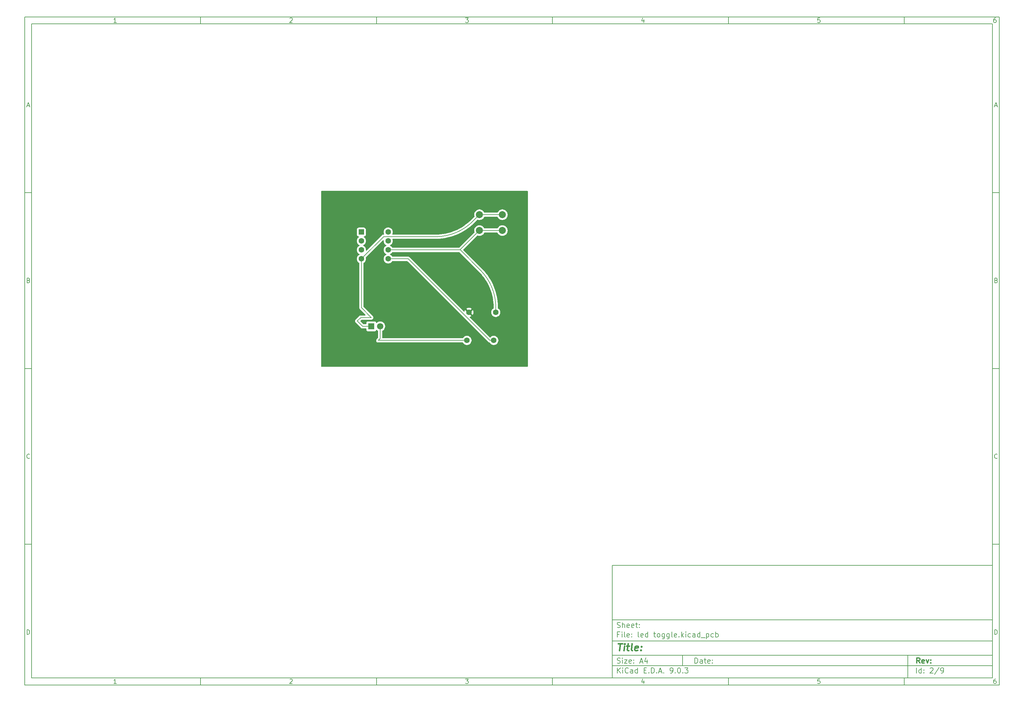
<source format=gbr>
%TF.GenerationSoftware,KiCad,Pcbnew,9.0.3*%
%TF.CreationDate,2025-07-31T01:26:59+05:30*%
%TF.ProjectId,led toggle,6c656420-746f-4676-976c-652e6b696361,rev?*%
%TF.SameCoordinates,Original*%
%TF.FileFunction,Copper,L2,Bot*%
%TF.FilePolarity,Positive*%
%FSLAX46Y46*%
G04 Gerber Fmt 4.6, Leading zero omitted, Abs format (unit mm)*
G04 Created by KiCad (PCBNEW 9.0.3) date 2025-07-31 01:26:59*
%MOMM*%
%LPD*%
G01*
G04 APERTURE LIST*
G04 Aperture macros list*
%AMRoundRect*
0 Rectangle with rounded corners*
0 $1 Rounding radius*
0 $2 $3 $4 $5 $6 $7 $8 $9 X,Y pos of 4 corners*
0 Add a 4 corners polygon primitive as box body*
4,1,4,$2,$3,$4,$5,$6,$7,$8,$9,$2,$3,0*
0 Add four circle primitives for the rounded corners*
1,1,$1+$1,$2,$3*
1,1,$1+$1,$4,$5*
1,1,$1+$1,$6,$7*
1,1,$1+$1,$8,$9*
0 Add four rect primitives between the rounded corners*
20,1,$1+$1,$2,$3,$4,$5,0*
20,1,$1+$1,$4,$5,$6,$7,0*
20,1,$1+$1,$6,$7,$8,$9,0*
20,1,$1+$1,$8,$9,$2,$3,0*%
G04 Aperture macros list end*
%ADD10C,0.100000*%
%ADD11C,0.150000*%
%ADD12C,0.300000*%
%ADD13C,0.400000*%
%TA.AperFunction,ComponentPad*%
%ADD14C,1.600000*%
%TD*%
%TA.AperFunction,ComponentPad*%
%ADD15RoundRect,0.250000X-0.550000X-0.550000X0.550000X-0.550000X0.550000X0.550000X-0.550000X0.550000X0*%
%TD*%
%TA.AperFunction,ComponentPad*%
%ADD16C,2.000000*%
%TD*%
%TA.AperFunction,ComponentPad*%
%ADD17R,1.800000X1.800000*%
%TD*%
%TA.AperFunction,ComponentPad*%
%ADD18C,1.800000*%
%TD*%
%TA.AperFunction,Conductor*%
%ADD19C,0.200000*%
%TD*%
G04 APERTURE END LIST*
D10*
D11*
X177002200Y-166007200D02*
X285002200Y-166007200D01*
X285002200Y-198007200D01*
X177002200Y-198007200D01*
X177002200Y-166007200D01*
D10*
D11*
X10000000Y-10000000D02*
X287002200Y-10000000D01*
X287002200Y-200007200D01*
X10000000Y-200007200D01*
X10000000Y-10000000D01*
D10*
D11*
X12000000Y-12000000D02*
X285002200Y-12000000D01*
X285002200Y-198007200D01*
X12000000Y-198007200D01*
X12000000Y-12000000D01*
D10*
D11*
X60000000Y-12000000D02*
X60000000Y-10000000D01*
D10*
D11*
X110000000Y-12000000D02*
X110000000Y-10000000D01*
D10*
D11*
X160000000Y-12000000D02*
X160000000Y-10000000D01*
D10*
D11*
X210000000Y-12000000D02*
X210000000Y-10000000D01*
D10*
D11*
X260000000Y-12000000D02*
X260000000Y-10000000D01*
D10*
D11*
X36089160Y-11593604D02*
X35346303Y-11593604D01*
X35717731Y-11593604D02*
X35717731Y-10293604D01*
X35717731Y-10293604D02*
X35593922Y-10479319D01*
X35593922Y-10479319D02*
X35470112Y-10603128D01*
X35470112Y-10603128D02*
X35346303Y-10665033D01*
D10*
D11*
X85346303Y-10417414D02*
X85408207Y-10355509D01*
X85408207Y-10355509D02*
X85532017Y-10293604D01*
X85532017Y-10293604D02*
X85841541Y-10293604D01*
X85841541Y-10293604D02*
X85965350Y-10355509D01*
X85965350Y-10355509D02*
X86027255Y-10417414D01*
X86027255Y-10417414D02*
X86089160Y-10541223D01*
X86089160Y-10541223D02*
X86089160Y-10665033D01*
X86089160Y-10665033D02*
X86027255Y-10850747D01*
X86027255Y-10850747D02*
X85284398Y-11593604D01*
X85284398Y-11593604D02*
X86089160Y-11593604D01*
D10*
D11*
X135284398Y-10293604D02*
X136089160Y-10293604D01*
X136089160Y-10293604D02*
X135655826Y-10788842D01*
X135655826Y-10788842D02*
X135841541Y-10788842D01*
X135841541Y-10788842D02*
X135965350Y-10850747D01*
X135965350Y-10850747D02*
X136027255Y-10912652D01*
X136027255Y-10912652D02*
X136089160Y-11036461D01*
X136089160Y-11036461D02*
X136089160Y-11345985D01*
X136089160Y-11345985D02*
X136027255Y-11469795D01*
X136027255Y-11469795D02*
X135965350Y-11531700D01*
X135965350Y-11531700D02*
X135841541Y-11593604D01*
X135841541Y-11593604D02*
X135470112Y-11593604D01*
X135470112Y-11593604D02*
X135346303Y-11531700D01*
X135346303Y-11531700D02*
X135284398Y-11469795D01*
D10*
D11*
X185965350Y-10726938D02*
X185965350Y-11593604D01*
X185655826Y-10231700D02*
X185346303Y-11160271D01*
X185346303Y-11160271D02*
X186151064Y-11160271D01*
D10*
D11*
X236027255Y-10293604D02*
X235408207Y-10293604D01*
X235408207Y-10293604D02*
X235346303Y-10912652D01*
X235346303Y-10912652D02*
X235408207Y-10850747D01*
X235408207Y-10850747D02*
X235532017Y-10788842D01*
X235532017Y-10788842D02*
X235841541Y-10788842D01*
X235841541Y-10788842D02*
X235965350Y-10850747D01*
X235965350Y-10850747D02*
X236027255Y-10912652D01*
X236027255Y-10912652D02*
X236089160Y-11036461D01*
X236089160Y-11036461D02*
X236089160Y-11345985D01*
X236089160Y-11345985D02*
X236027255Y-11469795D01*
X236027255Y-11469795D02*
X235965350Y-11531700D01*
X235965350Y-11531700D02*
X235841541Y-11593604D01*
X235841541Y-11593604D02*
X235532017Y-11593604D01*
X235532017Y-11593604D02*
X235408207Y-11531700D01*
X235408207Y-11531700D02*
X235346303Y-11469795D01*
D10*
D11*
X285965350Y-10293604D02*
X285717731Y-10293604D01*
X285717731Y-10293604D02*
X285593922Y-10355509D01*
X285593922Y-10355509D02*
X285532017Y-10417414D01*
X285532017Y-10417414D02*
X285408207Y-10603128D01*
X285408207Y-10603128D02*
X285346303Y-10850747D01*
X285346303Y-10850747D02*
X285346303Y-11345985D01*
X285346303Y-11345985D02*
X285408207Y-11469795D01*
X285408207Y-11469795D02*
X285470112Y-11531700D01*
X285470112Y-11531700D02*
X285593922Y-11593604D01*
X285593922Y-11593604D02*
X285841541Y-11593604D01*
X285841541Y-11593604D02*
X285965350Y-11531700D01*
X285965350Y-11531700D02*
X286027255Y-11469795D01*
X286027255Y-11469795D02*
X286089160Y-11345985D01*
X286089160Y-11345985D02*
X286089160Y-11036461D01*
X286089160Y-11036461D02*
X286027255Y-10912652D01*
X286027255Y-10912652D02*
X285965350Y-10850747D01*
X285965350Y-10850747D02*
X285841541Y-10788842D01*
X285841541Y-10788842D02*
X285593922Y-10788842D01*
X285593922Y-10788842D02*
X285470112Y-10850747D01*
X285470112Y-10850747D02*
X285408207Y-10912652D01*
X285408207Y-10912652D02*
X285346303Y-11036461D01*
D10*
D11*
X60000000Y-198007200D02*
X60000000Y-200007200D01*
D10*
D11*
X110000000Y-198007200D02*
X110000000Y-200007200D01*
D10*
D11*
X160000000Y-198007200D02*
X160000000Y-200007200D01*
D10*
D11*
X210000000Y-198007200D02*
X210000000Y-200007200D01*
D10*
D11*
X260000000Y-198007200D02*
X260000000Y-200007200D01*
D10*
D11*
X36089160Y-199600804D02*
X35346303Y-199600804D01*
X35717731Y-199600804D02*
X35717731Y-198300804D01*
X35717731Y-198300804D02*
X35593922Y-198486519D01*
X35593922Y-198486519D02*
X35470112Y-198610328D01*
X35470112Y-198610328D02*
X35346303Y-198672233D01*
D10*
D11*
X85346303Y-198424614D02*
X85408207Y-198362709D01*
X85408207Y-198362709D02*
X85532017Y-198300804D01*
X85532017Y-198300804D02*
X85841541Y-198300804D01*
X85841541Y-198300804D02*
X85965350Y-198362709D01*
X85965350Y-198362709D02*
X86027255Y-198424614D01*
X86027255Y-198424614D02*
X86089160Y-198548423D01*
X86089160Y-198548423D02*
X86089160Y-198672233D01*
X86089160Y-198672233D02*
X86027255Y-198857947D01*
X86027255Y-198857947D02*
X85284398Y-199600804D01*
X85284398Y-199600804D02*
X86089160Y-199600804D01*
D10*
D11*
X135284398Y-198300804D02*
X136089160Y-198300804D01*
X136089160Y-198300804D02*
X135655826Y-198796042D01*
X135655826Y-198796042D02*
X135841541Y-198796042D01*
X135841541Y-198796042D02*
X135965350Y-198857947D01*
X135965350Y-198857947D02*
X136027255Y-198919852D01*
X136027255Y-198919852D02*
X136089160Y-199043661D01*
X136089160Y-199043661D02*
X136089160Y-199353185D01*
X136089160Y-199353185D02*
X136027255Y-199476995D01*
X136027255Y-199476995D02*
X135965350Y-199538900D01*
X135965350Y-199538900D02*
X135841541Y-199600804D01*
X135841541Y-199600804D02*
X135470112Y-199600804D01*
X135470112Y-199600804D02*
X135346303Y-199538900D01*
X135346303Y-199538900D02*
X135284398Y-199476995D01*
D10*
D11*
X185965350Y-198734138D02*
X185965350Y-199600804D01*
X185655826Y-198238900D02*
X185346303Y-199167471D01*
X185346303Y-199167471D02*
X186151064Y-199167471D01*
D10*
D11*
X236027255Y-198300804D02*
X235408207Y-198300804D01*
X235408207Y-198300804D02*
X235346303Y-198919852D01*
X235346303Y-198919852D02*
X235408207Y-198857947D01*
X235408207Y-198857947D02*
X235532017Y-198796042D01*
X235532017Y-198796042D02*
X235841541Y-198796042D01*
X235841541Y-198796042D02*
X235965350Y-198857947D01*
X235965350Y-198857947D02*
X236027255Y-198919852D01*
X236027255Y-198919852D02*
X236089160Y-199043661D01*
X236089160Y-199043661D02*
X236089160Y-199353185D01*
X236089160Y-199353185D02*
X236027255Y-199476995D01*
X236027255Y-199476995D02*
X235965350Y-199538900D01*
X235965350Y-199538900D02*
X235841541Y-199600804D01*
X235841541Y-199600804D02*
X235532017Y-199600804D01*
X235532017Y-199600804D02*
X235408207Y-199538900D01*
X235408207Y-199538900D02*
X235346303Y-199476995D01*
D10*
D11*
X285965350Y-198300804D02*
X285717731Y-198300804D01*
X285717731Y-198300804D02*
X285593922Y-198362709D01*
X285593922Y-198362709D02*
X285532017Y-198424614D01*
X285532017Y-198424614D02*
X285408207Y-198610328D01*
X285408207Y-198610328D02*
X285346303Y-198857947D01*
X285346303Y-198857947D02*
X285346303Y-199353185D01*
X285346303Y-199353185D02*
X285408207Y-199476995D01*
X285408207Y-199476995D02*
X285470112Y-199538900D01*
X285470112Y-199538900D02*
X285593922Y-199600804D01*
X285593922Y-199600804D02*
X285841541Y-199600804D01*
X285841541Y-199600804D02*
X285965350Y-199538900D01*
X285965350Y-199538900D02*
X286027255Y-199476995D01*
X286027255Y-199476995D02*
X286089160Y-199353185D01*
X286089160Y-199353185D02*
X286089160Y-199043661D01*
X286089160Y-199043661D02*
X286027255Y-198919852D01*
X286027255Y-198919852D02*
X285965350Y-198857947D01*
X285965350Y-198857947D02*
X285841541Y-198796042D01*
X285841541Y-198796042D02*
X285593922Y-198796042D01*
X285593922Y-198796042D02*
X285470112Y-198857947D01*
X285470112Y-198857947D02*
X285408207Y-198919852D01*
X285408207Y-198919852D02*
X285346303Y-199043661D01*
D10*
D11*
X10000000Y-60000000D02*
X12000000Y-60000000D01*
D10*
D11*
X10000000Y-110000000D02*
X12000000Y-110000000D01*
D10*
D11*
X10000000Y-160000000D02*
X12000000Y-160000000D01*
D10*
D11*
X10690476Y-35222176D02*
X11309523Y-35222176D01*
X10566666Y-35593604D02*
X10999999Y-34293604D01*
X10999999Y-34293604D02*
X11433333Y-35593604D01*
D10*
D11*
X11092857Y-84912652D02*
X11278571Y-84974557D01*
X11278571Y-84974557D02*
X11340476Y-85036461D01*
X11340476Y-85036461D02*
X11402380Y-85160271D01*
X11402380Y-85160271D02*
X11402380Y-85345985D01*
X11402380Y-85345985D02*
X11340476Y-85469795D01*
X11340476Y-85469795D02*
X11278571Y-85531700D01*
X11278571Y-85531700D02*
X11154761Y-85593604D01*
X11154761Y-85593604D02*
X10659523Y-85593604D01*
X10659523Y-85593604D02*
X10659523Y-84293604D01*
X10659523Y-84293604D02*
X11092857Y-84293604D01*
X11092857Y-84293604D02*
X11216666Y-84355509D01*
X11216666Y-84355509D02*
X11278571Y-84417414D01*
X11278571Y-84417414D02*
X11340476Y-84541223D01*
X11340476Y-84541223D02*
X11340476Y-84665033D01*
X11340476Y-84665033D02*
X11278571Y-84788842D01*
X11278571Y-84788842D02*
X11216666Y-84850747D01*
X11216666Y-84850747D02*
X11092857Y-84912652D01*
X11092857Y-84912652D02*
X10659523Y-84912652D01*
D10*
D11*
X11402380Y-135469795D02*
X11340476Y-135531700D01*
X11340476Y-135531700D02*
X11154761Y-135593604D01*
X11154761Y-135593604D02*
X11030952Y-135593604D01*
X11030952Y-135593604D02*
X10845238Y-135531700D01*
X10845238Y-135531700D02*
X10721428Y-135407890D01*
X10721428Y-135407890D02*
X10659523Y-135284080D01*
X10659523Y-135284080D02*
X10597619Y-135036461D01*
X10597619Y-135036461D02*
X10597619Y-134850747D01*
X10597619Y-134850747D02*
X10659523Y-134603128D01*
X10659523Y-134603128D02*
X10721428Y-134479319D01*
X10721428Y-134479319D02*
X10845238Y-134355509D01*
X10845238Y-134355509D02*
X11030952Y-134293604D01*
X11030952Y-134293604D02*
X11154761Y-134293604D01*
X11154761Y-134293604D02*
X11340476Y-134355509D01*
X11340476Y-134355509D02*
X11402380Y-134417414D01*
D10*
D11*
X10659523Y-185593604D02*
X10659523Y-184293604D01*
X10659523Y-184293604D02*
X10969047Y-184293604D01*
X10969047Y-184293604D02*
X11154761Y-184355509D01*
X11154761Y-184355509D02*
X11278571Y-184479319D01*
X11278571Y-184479319D02*
X11340476Y-184603128D01*
X11340476Y-184603128D02*
X11402380Y-184850747D01*
X11402380Y-184850747D02*
X11402380Y-185036461D01*
X11402380Y-185036461D02*
X11340476Y-185284080D01*
X11340476Y-185284080D02*
X11278571Y-185407890D01*
X11278571Y-185407890D02*
X11154761Y-185531700D01*
X11154761Y-185531700D02*
X10969047Y-185593604D01*
X10969047Y-185593604D02*
X10659523Y-185593604D01*
D10*
D11*
X287002200Y-60000000D02*
X285002200Y-60000000D01*
D10*
D11*
X287002200Y-110000000D02*
X285002200Y-110000000D01*
D10*
D11*
X287002200Y-160000000D02*
X285002200Y-160000000D01*
D10*
D11*
X285692676Y-35222176D02*
X286311723Y-35222176D01*
X285568866Y-35593604D02*
X286002199Y-34293604D01*
X286002199Y-34293604D02*
X286435533Y-35593604D01*
D10*
D11*
X286095057Y-84912652D02*
X286280771Y-84974557D01*
X286280771Y-84974557D02*
X286342676Y-85036461D01*
X286342676Y-85036461D02*
X286404580Y-85160271D01*
X286404580Y-85160271D02*
X286404580Y-85345985D01*
X286404580Y-85345985D02*
X286342676Y-85469795D01*
X286342676Y-85469795D02*
X286280771Y-85531700D01*
X286280771Y-85531700D02*
X286156961Y-85593604D01*
X286156961Y-85593604D02*
X285661723Y-85593604D01*
X285661723Y-85593604D02*
X285661723Y-84293604D01*
X285661723Y-84293604D02*
X286095057Y-84293604D01*
X286095057Y-84293604D02*
X286218866Y-84355509D01*
X286218866Y-84355509D02*
X286280771Y-84417414D01*
X286280771Y-84417414D02*
X286342676Y-84541223D01*
X286342676Y-84541223D02*
X286342676Y-84665033D01*
X286342676Y-84665033D02*
X286280771Y-84788842D01*
X286280771Y-84788842D02*
X286218866Y-84850747D01*
X286218866Y-84850747D02*
X286095057Y-84912652D01*
X286095057Y-84912652D02*
X285661723Y-84912652D01*
D10*
D11*
X286404580Y-135469795D02*
X286342676Y-135531700D01*
X286342676Y-135531700D02*
X286156961Y-135593604D01*
X286156961Y-135593604D02*
X286033152Y-135593604D01*
X286033152Y-135593604D02*
X285847438Y-135531700D01*
X285847438Y-135531700D02*
X285723628Y-135407890D01*
X285723628Y-135407890D02*
X285661723Y-135284080D01*
X285661723Y-135284080D02*
X285599819Y-135036461D01*
X285599819Y-135036461D02*
X285599819Y-134850747D01*
X285599819Y-134850747D02*
X285661723Y-134603128D01*
X285661723Y-134603128D02*
X285723628Y-134479319D01*
X285723628Y-134479319D02*
X285847438Y-134355509D01*
X285847438Y-134355509D02*
X286033152Y-134293604D01*
X286033152Y-134293604D02*
X286156961Y-134293604D01*
X286156961Y-134293604D02*
X286342676Y-134355509D01*
X286342676Y-134355509D02*
X286404580Y-134417414D01*
D10*
D11*
X285661723Y-185593604D02*
X285661723Y-184293604D01*
X285661723Y-184293604D02*
X285971247Y-184293604D01*
X285971247Y-184293604D02*
X286156961Y-184355509D01*
X286156961Y-184355509D02*
X286280771Y-184479319D01*
X286280771Y-184479319D02*
X286342676Y-184603128D01*
X286342676Y-184603128D02*
X286404580Y-184850747D01*
X286404580Y-184850747D02*
X286404580Y-185036461D01*
X286404580Y-185036461D02*
X286342676Y-185284080D01*
X286342676Y-185284080D02*
X286280771Y-185407890D01*
X286280771Y-185407890D02*
X286156961Y-185531700D01*
X286156961Y-185531700D02*
X285971247Y-185593604D01*
X285971247Y-185593604D02*
X285661723Y-185593604D01*
D10*
D11*
X200458026Y-193793328D02*
X200458026Y-192293328D01*
X200458026Y-192293328D02*
X200815169Y-192293328D01*
X200815169Y-192293328D02*
X201029455Y-192364757D01*
X201029455Y-192364757D02*
X201172312Y-192507614D01*
X201172312Y-192507614D02*
X201243741Y-192650471D01*
X201243741Y-192650471D02*
X201315169Y-192936185D01*
X201315169Y-192936185D02*
X201315169Y-193150471D01*
X201315169Y-193150471D02*
X201243741Y-193436185D01*
X201243741Y-193436185D02*
X201172312Y-193579042D01*
X201172312Y-193579042D02*
X201029455Y-193721900D01*
X201029455Y-193721900D02*
X200815169Y-193793328D01*
X200815169Y-193793328D02*
X200458026Y-193793328D01*
X202600884Y-193793328D02*
X202600884Y-193007614D01*
X202600884Y-193007614D02*
X202529455Y-192864757D01*
X202529455Y-192864757D02*
X202386598Y-192793328D01*
X202386598Y-192793328D02*
X202100884Y-192793328D01*
X202100884Y-192793328D02*
X201958026Y-192864757D01*
X202600884Y-193721900D02*
X202458026Y-193793328D01*
X202458026Y-193793328D02*
X202100884Y-193793328D01*
X202100884Y-193793328D02*
X201958026Y-193721900D01*
X201958026Y-193721900D02*
X201886598Y-193579042D01*
X201886598Y-193579042D02*
X201886598Y-193436185D01*
X201886598Y-193436185D02*
X201958026Y-193293328D01*
X201958026Y-193293328D02*
X202100884Y-193221900D01*
X202100884Y-193221900D02*
X202458026Y-193221900D01*
X202458026Y-193221900D02*
X202600884Y-193150471D01*
X203100884Y-192793328D02*
X203672312Y-192793328D01*
X203315169Y-192293328D02*
X203315169Y-193579042D01*
X203315169Y-193579042D02*
X203386598Y-193721900D01*
X203386598Y-193721900D02*
X203529455Y-193793328D01*
X203529455Y-193793328D02*
X203672312Y-193793328D01*
X204743741Y-193721900D02*
X204600884Y-193793328D01*
X204600884Y-193793328D02*
X204315170Y-193793328D01*
X204315170Y-193793328D02*
X204172312Y-193721900D01*
X204172312Y-193721900D02*
X204100884Y-193579042D01*
X204100884Y-193579042D02*
X204100884Y-193007614D01*
X204100884Y-193007614D02*
X204172312Y-192864757D01*
X204172312Y-192864757D02*
X204315170Y-192793328D01*
X204315170Y-192793328D02*
X204600884Y-192793328D01*
X204600884Y-192793328D02*
X204743741Y-192864757D01*
X204743741Y-192864757D02*
X204815170Y-193007614D01*
X204815170Y-193007614D02*
X204815170Y-193150471D01*
X204815170Y-193150471D02*
X204100884Y-193293328D01*
X205458026Y-193650471D02*
X205529455Y-193721900D01*
X205529455Y-193721900D02*
X205458026Y-193793328D01*
X205458026Y-193793328D02*
X205386598Y-193721900D01*
X205386598Y-193721900D02*
X205458026Y-193650471D01*
X205458026Y-193650471D02*
X205458026Y-193793328D01*
X205458026Y-192864757D02*
X205529455Y-192936185D01*
X205529455Y-192936185D02*
X205458026Y-193007614D01*
X205458026Y-193007614D02*
X205386598Y-192936185D01*
X205386598Y-192936185D02*
X205458026Y-192864757D01*
X205458026Y-192864757D02*
X205458026Y-193007614D01*
D10*
D11*
X177002200Y-194507200D02*
X285002200Y-194507200D01*
D10*
D11*
X178458026Y-196593328D02*
X178458026Y-195093328D01*
X179315169Y-196593328D02*
X178672312Y-195736185D01*
X179315169Y-195093328D02*
X178458026Y-195950471D01*
X179958026Y-196593328D02*
X179958026Y-195593328D01*
X179958026Y-195093328D02*
X179886598Y-195164757D01*
X179886598Y-195164757D02*
X179958026Y-195236185D01*
X179958026Y-195236185D02*
X180029455Y-195164757D01*
X180029455Y-195164757D02*
X179958026Y-195093328D01*
X179958026Y-195093328D02*
X179958026Y-195236185D01*
X181529455Y-196450471D02*
X181458027Y-196521900D01*
X181458027Y-196521900D02*
X181243741Y-196593328D01*
X181243741Y-196593328D02*
X181100884Y-196593328D01*
X181100884Y-196593328D02*
X180886598Y-196521900D01*
X180886598Y-196521900D02*
X180743741Y-196379042D01*
X180743741Y-196379042D02*
X180672312Y-196236185D01*
X180672312Y-196236185D02*
X180600884Y-195950471D01*
X180600884Y-195950471D02*
X180600884Y-195736185D01*
X180600884Y-195736185D02*
X180672312Y-195450471D01*
X180672312Y-195450471D02*
X180743741Y-195307614D01*
X180743741Y-195307614D02*
X180886598Y-195164757D01*
X180886598Y-195164757D02*
X181100884Y-195093328D01*
X181100884Y-195093328D02*
X181243741Y-195093328D01*
X181243741Y-195093328D02*
X181458027Y-195164757D01*
X181458027Y-195164757D02*
X181529455Y-195236185D01*
X182815170Y-196593328D02*
X182815170Y-195807614D01*
X182815170Y-195807614D02*
X182743741Y-195664757D01*
X182743741Y-195664757D02*
X182600884Y-195593328D01*
X182600884Y-195593328D02*
X182315170Y-195593328D01*
X182315170Y-195593328D02*
X182172312Y-195664757D01*
X182815170Y-196521900D02*
X182672312Y-196593328D01*
X182672312Y-196593328D02*
X182315170Y-196593328D01*
X182315170Y-196593328D02*
X182172312Y-196521900D01*
X182172312Y-196521900D02*
X182100884Y-196379042D01*
X182100884Y-196379042D02*
X182100884Y-196236185D01*
X182100884Y-196236185D02*
X182172312Y-196093328D01*
X182172312Y-196093328D02*
X182315170Y-196021900D01*
X182315170Y-196021900D02*
X182672312Y-196021900D01*
X182672312Y-196021900D02*
X182815170Y-195950471D01*
X184172313Y-196593328D02*
X184172313Y-195093328D01*
X184172313Y-196521900D02*
X184029455Y-196593328D01*
X184029455Y-196593328D02*
X183743741Y-196593328D01*
X183743741Y-196593328D02*
X183600884Y-196521900D01*
X183600884Y-196521900D02*
X183529455Y-196450471D01*
X183529455Y-196450471D02*
X183458027Y-196307614D01*
X183458027Y-196307614D02*
X183458027Y-195879042D01*
X183458027Y-195879042D02*
X183529455Y-195736185D01*
X183529455Y-195736185D02*
X183600884Y-195664757D01*
X183600884Y-195664757D02*
X183743741Y-195593328D01*
X183743741Y-195593328D02*
X184029455Y-195593328D01*
X184029455Y-195593328D02*
X184172313Y-195664757D01*
X186029455Y-195807614D02*
X186529455Y-195807614D01*
X186743741Y-196593328D02*
X186029455Y-196593328D01*
X186029455Y-196593328D02*
X186029455Y-195093328D01*
X186029455Y-195093328D02*
X186743741Y-195093328D01*
X187386598Y-196450471D02*
X187458027Y-196521900D01*
X187458027Y-196521900D02*
X187386598Y-196593328D01*
X187386598Y-196593328D02*
X187315170Y-196521900D01*
X187315170Y-196521900D02*
X187386598Y-196450471D01*
X187386598Y-196450471D02*
X187386598Y-196593328D01*
X188100884Y-196593328D02*
X188100884Y-195093328D01*
X188100884Y-195093328D02*
X188458027Y-195093328D01*
X188458027Y-195093328D02*
X188672313Y-195164757D01*
X188672313Y-195164757D02*
X188815170Y-195307614D01*
X188815170Y-195307614D02*
X188886599Y-195450471D01*
X188886599Y-195450471D02*
X188958027Y-195736185D01*
X188958027Y-195736185D02*
X188958027Y-195950471D01*
X188958027Y-195950471D02*
X188886599Y-196236185D01*
X188886599Y-196236185D02*
X188815170Y-196379042D01*
X188815170Y-196379042D02*
X188672313Y-196521900D01*
X188672313Y-196521900D02*
X188458027Y-196593328D01*
X188458027Y-196593328D02*
X188100884Y-196593328D01*
X189600884Y-196450471D02*
X189672313Y-196521900D01*
X189672313Y-196521900D02*
X189600884Y-196593328D01*
X189600884Y-196593328D02*
X189529456Y-196521900D01*
X189529456Y-196521900D02*
X189600884Y-196450471D01*
X189600884Y-196450471D02*
X189600884Y-196593328D01*
X190243742Y-196164757D02*
X190958028Y-196164757D01*
X190100885Y-196593328D02*
X190600885Y-195093328D01*
X190600885Y-195093328D02*
X191100885Y-196593328D01*
X191600884Y-196450471D02*
X191672313Y-196521900D01*
X191672313Y-196521900D02*
X191600884Y-196593328D01*
X191600884Y-196593328D02*
X191529456Y-196521900D01*
X191529456Y-196521900D02*
X191600884Y-196450471D01*
X191600884Y-196450471D02*
X191600884Y-196593328D01*
X193529456Y-196593328D02*
X193815170Y-196593328D01*
X193815170Y-196593328D02*
X193958027Y-196521900D01*
X193958027Y-196521900D02*
X194029456Y-196450471D01*
X194029456Y-196450471D02*
X194172313Y-196236185D01*
X194172313Y-196236185D02*
X194243742Y-195950471D01*
X194243742Y-195950471D02*
X194243742Y-195379042D01*
X194243742Y-195379042D02*
X194172313Y-195236185D01*
X194172313Y-195236185D02*
X194100885Y-195164757D01*
X194100885Y-195164757D02*
X193958027Y-195093328D01*
X193958027Y-195093328D02*
X193672313Y-195093328D01*
X193672313Y-195093328D02*
X193529456Y-195164757D01*
X193529456Y-195164757D02*
X193458027Y-195236185D01*
X193458027Y-195236185D02*
X193386599Y-195379042D01*
X193386599Y-195379042D02*
X193386599Y-195736185D01*
X193386599Y-195736185D02*
X193458027Y-195879042D01*
X193458027Y-195879042D02*
X193529456Y-195950471D01*
X193529456Y-195950471D02*
X193672313Y-196021900D01*
X193672313Y-196021900D02*
X193958027Y-196021900D01*
X193958027Y-196021900D02*
X194100885Y-195950471D01*
X194100885Y-195950471D02*
X194172313Y-195879042D01*
X194172313Y-195879042D02*
X194243742Y-195736185D01*
X194886598Y-196450471D02*
X194958027Y-196521900D01*
X194958027Y-196521900D02*
X194886598Y-196593328D01*
X194886598Y-196593328D02*
X194815170Y-196521900D01*
X194815170Y-196521900D02*
X194886598Y-196450471D01*
X194886598Y-196450471D02*
X194886598Y-196593328D01*
X195886599Y-195093328D02*
X196029456Y-195093328D01*
X196029456Y-195093328D02*
X196172313Y-195164757D01*
X196172313Y-195164757D02*
X196243742Y-195236185D01*
X196243742Y-195236185D02*
X196315170Y-195379042D01*
X196315170Y-195379042D02*
X196386599Y-195664757D01*
X196386599Y-195664757D02*
X196386599Y-196021900D01*
X196386599Y-196021900D02*
X196315170Y-196307614D01*
X196315170Y-196307614D02*
X196243742Y-196450471D01*
X196243742Y-196450471D02*
X196172313Y-196521900D01*
X196172313Y-196521900D02*
X196029456Y-196593328D01*
X196029456Y-196593328D02*
X195886599Y-196593328D01*
X195886599Y-196593328D02*
X195743742Y-196521900D01*
X195743742Y-196521900D02*
X195672313Y-196450471D01*
X195672313Y-196450471D02*
X195600884Y-196307614D01*
X195600884Y-196307614D02*
X195529456Y-196021900D01*
X195529456Y-196021900D02*
X195529456Y-195664757D01*
X195529456Y-195664757D02*
X195600884Y-195379042D01*
X195600884Y-195379042D02*
X195672313Y-195236185D01*
X195672313Y-195236185D02*
X195743742Y-195164757D01*
X195743742Y-195164757D02*
X195886599Y-195093328D01*
X197029455Y-196450471D02*
X197100884Y-196521900D01*
X197100884Y-196521900D02*
X197029455Y-196593328D01*
X197029455Y-196593328D02*
X196958027Y-196521900D01*
X196958027Y-196521900D02*
X197029455Y-196450471D01*
X197029455Y-196450471D02*
X197029455Y-196593328D01*
X197600884Y-195093328D02*
X198529456Y-195093328D01*
X198529456Y-195093328D02*
X198029456Y-195664757D01*
X198029456Y-195664757D02*
X198243741Y-195664757D01*
X198243741Y-195664757D02*
X198386599Y-195736185D01*
X198386599Y-195736185D02*
X198458027Y-195807614D01*
X198458027Y-195807614D02*
X198529456Y-195950471D01*
X198529456Y-195950471D02*
X198529456Y-196307614D01*
X198529456Y-196307614D02*
X198458027Y-196450471D01*
X198458027Y-196450471D02*
X198386599Y-196521900D01*
X198386599Y-196521900D02*
X198243741Y-196593328D01*
X198243741Y-196593328D02*
X197815170Y-196593328D01*
X197815170Y-196593328D02*
X197672313Y-196521900D01*
X197672313Y-196521900D02*
X197600884Y-196450471D01*
D10*
D11*
X177002200Y-191507200D02*
X285002200Y-191507200D01*
D10*
D12*
X264413853Y-193785528D02*
X263913853Y-193071242D01*
X263556710Y-193785528D02*
X263556710Y-192285528D01*
X263556710Y-192285528D02*
X264128139Y-192285528D01*
X264128139Y-192285528D02*
X264270996Y-192356957D01*
X264270996Y-192356957D02*
X264342425Y-192428385D01*
X264342425Y-192428385D02*
X264413853Y-192571242D01*
X264413853Y-192571242D02*
X264413853Y-192785528D01*
X264413853Y-192785528D02*
X264342425Y-192928385D01*
X264342425Y-192928385D02*
X264270996Y-192999814D01*
X264270996Y-192999814D02*
X264128139Y-193071242D01*
X264128139Y-193071242D02*
X263556710Y-193071242D01*
X265628139Y-193714100D02*
X265485282Y-193785528D01*
X265485282Y-193785528D02*
X265199568Y-193785528D01*
X265199568Y-193785528D02*
X265056710Y-193714100D01*
X265056710Y-193714100D02*
X264985282Y-193571242D01*
X264985282Y-193571242D02*
X264985282Y-192999814D01*
X264985282Y-192999814D02*
X265056710Y-192856957D01*
X265056710Y-192856957D02*
X265199568Y-192785528D01*
X265199568Y-192785528D02*
X265485282Y-192785528D01*
X265485282Y-192785528D02*
X265628139Y-192856957D01*
X265628139Y-192856957D02*
X265699568Y-192999814D01*
X265699568Y-192999814D02*
X265699568Y-193142671D01*
X265699568Y-193142671D02*
X264985282Y-193285528D01*
X266199567Y-192785528D02*
X266556710Y-193785528D01*
X266556710Y-193785528D02*
X266913853Y-192785528D01*
X267485281Y-193642671D02*
X267556710Y-193714100D01*
X267556710Y-193714100D02*
X267485281Y-193785528D01*
X267485281Y-193785528D02*
X267413853Y-193714100D01*
X267413853Y-193714100D02*
X267485281Y-193642671D01*
X267485281Y-193642671D02*
X267485281Y-193785528D01*
X267485281Y-192856957D02*
X267556710Y-192928385D01*
X267556710Y-192928385D02*
X267485281Y-192999814D01*
X267485281Y-192999814D02*
X267413853Y-192928385D01*
X267413853Y-192928385D02*
X267485281Y-192856957D01*
X267485281Y-192856957D02*
X267485281Y-192999814D01*
D10*
D11*
X178386598Y-193721900D02*
X178600884Y-193793328D01*
X178600884Y-193793328D02*
X178958026Y-193793328D01*
X178958026Y-193793328D02*
X179100884Y-193721900D01*
X179100884Y-193721900D02*
X179172312Y-193650471D01*
X179172312Y-193650471D02*
X179243741Y-193507614D01*
X179243741Y-193507614D02*
X179243741Y-193364757D01*
X179243741Y-193364757D02*
X179172312Y-193221900D01*
X179172312Y-193221900D02*
X179100884Y-193150471D01*
X179100884Y-193150471D02*
X178958026Y-193079042D01*
X178958026Y-193079042D02*
X178672312Y-193007614D01*
X178672312Y-193007614D02*
X178529455Y-192936185D01*
X178529455Y-192936185D02*
X178458026Y-192864757D01*
X178458026Y-192864757D02*
X178386598Y-192721900D01*
X178386598Y-192721900D02*
X178386598Y-192579042D01*
X178386598Y-192579042D02*
X178458026Y-192436185D01*
X178458026Y-192436185D02*
X178529455Y-192364757D01*
X178529455Y-192364757D02*
X178672312Y-192293328D01*
X178672312Y-192293328D02*
X179029455Y-192293328D01*
X179029455Y-192293328D02*
X179243741Y-192364757D01*
X179886597Y-193793328D02*
X179886597Y-192793328D01*
X179886597Y-192293328D02*
X179815169Y-192364757D01*
X179815169Y-192364757D02*
X179886597Y-192436185D01*
X179886597Y-192436185D02*
X179958026Y-192364757D01*
X179958026Y-192364757D02*
X179886597Y-192293328D01*
X179886597Y-192293328D02*
X179886597Y-192436185D01*
X180458026Y-192793328D02*
X181243741Y-192793328D01*
X181243741Y-192793328D02*
X180458026Y-193793328D01*
X180458026Y-193793328D02*
X181243741Y-193793328D01*
X182386598Y-193721900D02*
X182243741Y-193793328D01*
X182243741Y-193793328D02*
X181958027Y-193793328D01*
X181958027Y-193793328D02*
X181815169Y-193721900D01*
X181815169Y-193721900D02*
X181743741Y-193579042D01*
X181743741Y-193579042D02*
X181743741Y-193007614D01*
X181743741Y-193007614D02*
X181815169Y-192864757D01*
X181815169Y-192864757D02*
X181958027Y-192793328D01*
X181958027Y-192793328D02*
X182243741Y-192793328D01*
X182243741Y-192793328D02*
X182386598Y-192864757D01*
X182386598Y-192864757D02*
X182458027Y-193007614D01*
X182458027Y-193007614D02*
X182458027Y-193150471D01*
X182458027Y-193150471D02*
X181743741Y-193293328D01*
X183100883Y-193650471D02*
X183172312Y-193721900D01*
X183172312Y-193721900D02*
X183100883Y-193793328D01*
X183100883Y-193793328D02*
X183029455Y-193721900D01*
X183029455Y-193721900D02*
X183100883Y-193650471D01*
X183100883Y-193650471D02*
X183100883Y-193793328D01*
X183100883Y-192864757D02*
X183172312Y-192936185D01*
X183172312Y-192936185D02*
X183100883Y-193007614D01*
X183100883Y-193007614D02*
X183029455Y-192936185D01*
X183029455Y-192936185D02*
X183100883Y-192864757D01*
X183100883Y-192864757D02*
X183100883Y-193007614D01*
X184886598Y-193364757D02*
X185600884Y-193364757D01*
X184743741Y-193793328D02*
X185243741Y-192293328D01*
X185243741Y-192293328D02*
X185743741Y-193793328D01*
X186886598Y-192793328D02*
X186886598Y-193793328D01*
X186529455Y-192221900D02*
X186172312Y-193293328D01*
X186172312Y-193293328D02*
X187100883Y-193293328D01*
D10*
D11*
X263458026Y-196593328D02*
X263458026Y-195093328D01*
X264815170Y-196593328D02*
X264815170Y-195093328D01*
X264815170Y-196521900D02*
X264672312Y-196593328D01*
X264672312Y-196593328D02*
X264386598Y-196593328D01*
X264386598Y-196593328D02*
X264243741Y-196521900D01*
X264243741Y-196521900D02*
X264172312Y-196450471D01*
X264172312Y-196450471D02*
X264100884Y-196307614D01*
X264100884Y-196307614D02*
X264100884Y-195879042D01*
X264100884Y-195879042D02*
X264172312Y-195736185D01*
X264172312Y-195736185D02*
X264243741Y-195664757D01*
X264243741Y-195664757D02*
X264386598Y-195593328D01*
X264386598Y-195593328D02*
X264672312Y-195593328D01*
X264672312Y-195593328D02*
X264815170Y-195664757D01*
X265529455Y-196450471D02*
X265600884Y-196521900D01*
X265600884Y-196521900D02*
X265529455Y-196593328D01*
X265529455Y-196593328D02*
X265458027Y-196521900D01*
X265458027Y-196521900D02*
X265529455Y-196450471D01*
X265529455Y-196450471D02*
X265529455Y-196593328D01*
X265529455Y-195664757D02*
X265600884Y-195736185D01*
X265600884Y-195736185D02*
X265529455Y-195807614D01*
X265529455Y-195807614D02*
X265458027Y-195736185D01*
X265458027Y-195736185D02*
X265529455Y-195664757D01*
X265529455Y-195664757D02*
X265529455Y-195807614D01*
X267315170Y-195236185D02*
X267386598Y-195164757D01*
X267386598Y-195164757D02*
X267529456Y-195093328D01*
X267529456Y-195093328D02*
X267886598Y-195093328D01*
X267886598Y-195093328D02*
X268029456Y-195164757D01*
X268029456Y-195164757D02*
X268100884Y-195236185D01*
X268100884Y-195236185D02*
X268172313Y-195379042D01*
X268172313Y-195379042D02*
X268172313Y-195521900D01*
X268172313Y-195521900D02*
X268100884Y-195736185D01*
X268100884Y-195736185D02*
X267243741Y-196593328D01*
X267243741Y-196593328D02*
X268172313Y-196593328D01*
X269886598Y-195021900D02*
X268600884Y-196950471D01*
X270458027Y-196593328D02*
X270743741Y-196593328D01*
X270743741Y-196593328D02*
X270886598Y-196521900D01*
X270886598Y-196521900D02*
X270958027Y-196450471D01*
X270958027Y-196450471D02*
X271100884Y-196236185D01*
X271100884Y-196236185D02*
X271172313Y-195950471D01*
X271172313Y-195950471D02*
X271172313Y-195379042D01*
X271172313Y-195379042D02*
X271100884Y-195236185D01*
X271100884Y-195236185D02*
X271029456Y-195164757D01*
X271029456Y-195164757D02*
X270886598Y-195093328D01*
X270886598Y-195093328D02*
X270600884Y-195093328D01*
X270600884Y-195093328D02*
X270458027Y-195164757D01*
X270458027Y-195164757D02*
X270386598Y-195236185D01*
X270386598Y-195236185D02*
X270315170Y-195379042D01*
X270315170Y-195379042D02*
X270315170Y-195736185D01*
X270315170Y-195736185D02*
X270386598Y-195879042D01*
X270386598Y-195879042D02*
X270458027Y-195950471D01*
X270458027Y-195950471D02*
X270600884Y-196021900D01*
X270600884Y-196021900D02*
X270886598Y-196021900D01*
X270886598Y-196021900D02*
X271029456Y-195950471D01*
X271029456Y-195950471D02*
X271100884Y-195879042D01*
X271100884Y-195879042D02*
X271172313Y-195736185D01*
D10*
D11*
X177002200Y-187507200D02*
X285002200Y-187507200D01*
D10*
D13*
X178693928Y-188211638D02*
X179836785Y-188211638D01*
X179015357Y-190211638D02*
X179265357Y-188211638D01*
X180253452Y-190211638D02*
X180420119Y-188878304D01*
X180503452Y-188211638D02*
X180396309Y-188306876D01*
X180396309Y-188306876D02*
X180479643Y-188402114D01*
X180479643Y-188402114D02*
X180586786Y-188306876D01*
X180586786Y-188306876D02*
X180503452Y-188211638D01*
X180503452Y-188211638D02*
X180479643Y-188402114D01*
X181086786Y-188878304D02*
X181848690Y-188878304D01*
X181455833Y-188211638D02*
X181241548Y-189925923D01*
X181241548Y-189925923D02*
X181312976Y-190116400D01*
X181312976Y-190116400D02*
X181491548Y-190211638D01*
X181491548Y-190211638D02*
X181682024Y-190211638D01*
X182634405Y-190211638D02*
X182455833Y-190116400D01*
X182455833Y-190116400D02*
X182384405Y-189925923D01*
X182384405Y-189925923D02*
X182598690Y-188211638D01*
X184170119Y-190116400D02*
X183967738Y-190211638D01*
X183967738Y-190211638D02*
X183586785Y-190211638D01*
X183586785Y-190211638D02*
X183408214Y-190116400D01*
X183408214Y-190116400D02*
X183336785Y-189925923D01*
X183336785Y-189925923D02*
X183432024Y-189164019D01*
X183432024Y-189164019D02*
X183551071Y-188973542D01*
X183551071Y-188973542D02*
X183753452Y-188878304D01*
X183753452Y-188878304D02*
X184134404Y-188878304D01*
X184134404Y-188878304D02*
X184312976Y-188973542D01*
X184312976Y-188973542D02*
X184384404Y-189164019D01*
X184384404Y-189164019D02*
X184360595Y-189354495D01*
X184360595Y-189354495D02*
X183384404Y-189544971D01*
X185134405Y-190021161D02*
X185217738Y-190116400D01*
X185217738Y-190116400D02*
X185110595Y-190211638D01*
X185110595Y-190211638D02*
X185027262Y-190116400D01*
X185027262Y-190116400D02*
X185134405Y-190021161D01*
X185134405Y-190021161D02*
X185110595Y-190211638D01*
X185265357Y-188973542D02*
X185348690Y-189068780D01*
X185348690Y-189068780D02*
X185241548Y-189164019D01*
X185241548Y-189164019D02*
X185158214Y-189068780D01*
X185158214Y-189068780D02*
X185265357Y-188973542D01*
X185265357Y-188973542D02*
X185241548Y-189164019D01*
D10*
D11*
X178958026Y-185607614D02*
X178458026Y-185607614D01*
X178458026Y-186393328D02*
X178458026Y-184893328D01*
X178458026Y-184893328D02*
X179172312Y-184893328D01*
X179743740Y-186393328D02*
X179743740Y-185393328D01*
X179743740Y-184893328D02*
X179672312Y-184964757D01*
X179672312Y-184964757D02*
X179743740Y-185036185D01*
X179743740Y-185036185D02*
X179815169Y-184964757D01*
X179815169Y-184964757D02*
X179743740Y-184893328D01*
X179743740Y-184893328D02*
X179743740Y-185036185D01*
X180672312Y-186393328D02*
X180529455Y-186321900D01*
X180529455Y-186321900D02*
X180458026Y-186179042D01*
X180458026Y-186179042D02*
X180458026Y-184893328D01*
X181815169Y-186321900D02*
X181672312Y-186393328D01*
X181672312Y-186393328D02*
X181386598Y-186393328D01*
X181386598Y-186393328D02*
X181243740Y-186321900D01*
X181243740Y-186321900D02*
X181172312Y-186179042D01*
X181172312Y-186179042D02*
X181172312Y-185607614D01*
X181172312Y-185607614D02*
X181243740Y-185464757D01*
X181243740Y-185464757D02*
X181386598Y-185393328D01*
X181386598Y-185393328D02*
X181672312Y-185393328D01*
X181672312Y-185393328D02*
X181815169Y-185464757D01*
X181815169Y-185464757D02*
X181886598Y-185607614D01*
X181886598Y-185607614D02*
X181886598Y-185750471D01*
X181886598Y-185750471D02*
X181172312Y-185893328D01*
X182529454Y-186250471D02*
X182600883Y-186321900D01*
X182600883Y-186321900D02*
X182529454Y-186393328D01*
X182529454Y-186393328D02*
X182458026Y-186321900D01*
X182458026Y-186321900D02*
X182529454Y-186250471D01*
X182529454Y-186250471D02*
X182529454Y-186393328D01*
X182529454Y-185464757D02*
X182600883Y-185536185D01*
X182600883Y-185536185D02*
X182529454Y-185607614D01*
X182529454Y-185607614D02*
X182458026Y-185536185D01*
X182458026Y-185536185D02*
X182529454Y-185464757D01*
X182529454Y-185464757D02*
X182529454Y-185607614D01*
X184600883Y-186393328D02*
X184458026Y-186321900D01*
X184458026Y-186321900D02*
X184386597Y-186179042D01*
X184386597Y-186179042D02*
X184386597Y-184893328D01*
X185743740Y-186321900D02*
X185600883Y-186393328D01*
X185600883Y-186393328D02*
X185315169Y-186393328D01*
X185315169Y-186393328D02*
X185172311Y-186321900D01*
X185172311Y-186321900D02*
X185100883Y-186179042D01*
X185100883Y-186179042D02*
X185100883Y-185607614D01*
X185100883Y-185607614D02*
X185172311Y-185464757D01*
X185172311Y-185464757D02*
X185315169Y-185393328D01*
X185315169Y-185393328D02*
X185600883Y-185393328D01*
X185600883Y-185393328D02*
X185743740Y-185464757D01*
X185743740Y-185464757D02*
X185815169Y-185607614D01*
X185815169Y-185607614D02*
X185815169Y-185750471D01*
X185815169Y-185750471D02*
X185100883Y-185893328D01*
X187100883Y-186393328D02*
X187100883Y-184893328D01*
X187100883Y-186321900D02*
X186958025Y-186393328D01*
X186958025Y-186393328D02*
X186672311Y-186393328D01*
X186672311Y-186393328D02*
X186529454Y-186321900D01*
X186529454Y-186321900D02*
X186458025Y-186250471D01*
X186458025Y-186250471D02*
X186386597Y-186107614D01*
X186386597Y-186107614D02*
X186386597Y-185679042D01*
X186386597Y-185679042D02*
X186458025Y-185536185D01*
X186458025Y-185536185D02*
X186529454Y-185464757D01*
X186529454Y-185464757D02*
X186672311Y-185393328D01*
X186672311Y-185393328D02*
X186958025Y-185393328D01*
X186958025Y-185393328D02*
X187100883Y-185464757D01*
X188743740Y-185393328D02*
X189315168Y-185393328D01*
X188958025Y-184893328D02*
X188958025Y-186179042D01*
X188958025Y-186179042D02*
X189029454Y-186321900D01*
X189029454Y-186321900D02*
X189172311Y-186393328D01*
X189172311Y-186393328D02*
X189315168Y-186393328D01*
X190029454Y-186393328D02*
X189886597Y-186321900D01*
X189886597Y-186321900D02*
X189815168Y-186250471D01*
X189815168Y-186250471D02*
X189743740Y-186107614D01*
X189743740Y-186107614D02*
X189743740Y-185679042D01*
X189743740Y-185679042D02*
X189815168Y-185536185D01*
X189815168Y-185536185D02*
X189886597Y-185464757D01*
X189886597Y-185464757D02*
X190029454Y-185393328D01*
X190029454Y-185393328D02*
X190243740Y-185393328D01*
X190243740Y-185393328D02*
X190386597Y-185464757D01*
X190386597Y-185464757D02*
X190458026Y-185536185D01*
X190458026Y-185536185D02*
X190529454Y-185679042D01*
X190529454Y-185679042D02*
X190529454Y-186107614D01*
X190529454Y-186107614D02*
X190458026Y-186250471D01*
X190458026Y-186250471D02*
X190386597Y-186321900D01*
X190386597Y-186321900D02*
X190243740Y-186393328D01*
X190243740Y-186393328D02*
X190029454Y-186393328D01*
X191815169Y-185393328D02*
X191815169Y-186607614D01*
X191815169Y-186607614D02*
X191743740Y-186750471D01*
X191743740Y-186750471D02*
X191672311Y-186821900D01*
X191672311Y-186821900D02*
X191529454Y-186893328D01*
X191529454Y-186893328D02*
X191315169Y-186893328D01*
X191315169Y-186893328D02*
X191172311Y-186821900D01*
X191815169Y-186321900D02*
X191672311Y-186393328D01*
X191672311Y-186393328D02*
X191386597Y-186393328D01*
X191386597Y-186393328D02*
X191243740Y-186321900D01*
X191243740Y-186321900D02*
X191172311Y-186250471D01*
X191172311Y-186250471D02*
X191100883Y-186107614D01*
X191100883Y-186107614D02*
X191100883Y-185679042D01*
X191100883Y-185679042D02*
X191172311Y-185536185D01*
X191172311Y-185536185D02*
X191243740Y-185464757D01*
X191243740Y-185464757D02*
X191386597Y-185393328D01*
X191386597Y-185393328D02*
X191672311Y-185393328D01*
X191672311Y-185393328D02*
X191815169Y-185464757D01*
X193172312Y-185393328D02*
X193172312Y-186607614D01*
X193172312Y-186607614D02*
X193100883Y-186750471D01*
X193100883Y-186750471D02*
X193029454Y-186821900D01*
X193029454Y-186821900D02*
X192886597Y-186893328D01*
X192886597Y-186893328D02*
X192672312Y-186893328D01*
X192672312Y-186893328D02*
X192529454Y-186821900D01*
X193172312Y-186321900D02*
X193029454Y-186393328D01*
X193029454Y-186393328D02*
X192743740Y-186393328D01*
X192743740Y-186393328D02*
X192600883Y-186321900D01*
X192600883Y-186321900D02*
X192529454Y-186250471D01*
X192529454Y-186250471D02*
X192458026Y-186107614D01*
X192458026Y-186107614D02*
X192458026Y-185679042D01*
X192458026Y-185679042D02*
X192529454Y-185536185D01*
X192529454Y-185536185D02*
X192600883Y-185464757D01*
X192600883Y-185464757D02*
X192743740Y-185393328D01*
X192743740Y-185393328D02*
X193029454Y-185393328D01*
X193029454Y-185393328D02*
X193172312Y-185464757D01*
X194100883Y-186393328D02*
X193958026Y-186321900D01*
X193958026Y-186321900D02*
X193886597Y-186179042D01*
X193886597Y-186179042D02*
X193886597Y-184893328D01*
X195243740Y-186321900D02*
X195100883Y-186393328D01*
X195100883Y-186393328D02*
X194815169Y-186393328D01*
X194815169Y-186393328D02*
X194672311Y-186321900D01*
X194672311Y-186321900D02*
X194600883Y-186179042D01*
X194600883Y-186179042D02*
X194600883Y-185607614D01*
X194600883Y-185607614D02*
X194672311Y-185464757D01*
X194672311Y-185464757D02*
X194815169Y-185393328D01*
X194815169Y-185393328D02*
X195100883Y-185393328D01*
X195100883Y-185393328D02*
X195243740Y-185464757D01*
X195243740Y-185464757D02*
X195315169Y-185607614D01*
X195315169Y-185607614D02*
X195315169Y-185750471D01*
X195315169Y-185750471D02*
X194600883Y-185893328D01*
X195958025Y-186250471D02*
X196029454Y-186321900D01*
X196029454Y-186321900D02*
X195958025Y-186393328D01*
X195958025Y-186393328D02*
X195886597Y-186321900D01*
X195886597Y-186321900D02*
X195958025Y-186250471D01*
X195958025Y-186250471D02*
X195958025Y-186393328D01*
X196672311Y-186393328D02*
X196672311Y-184893328D01*
X196815169Y-185821900D02*
X197243740Y-186393328D01*
X197243740Y-185393328D02*
X196672311Y-185964757D01*
X197886597Y-186393328D02*
X197886597Y-185393328D01*
X197886597Y-184893328D02*
X197815169Y-184964757D01*
X197815169Y-184964757D02*
X197886597Y-185036185D01*
X197886597Y-185036185D02*
X197958026Y-184964757D01*
X197958026Y-184964757D02*
X197886597Y-184893328D01*
X197886597Y-184893328D02*
X197886597Y-185036185D01*
X199243741Y-186321900D02*
X199100883Y-186393328D01*
X199100883Y-186393328D02*
X198815169Y-186393328D01*
X198815169Y-186393328D02*
X198672312Y-186321900D01*
X198672312Y-186321900D02*
X198600883Y-186250471D01*
X198600883Y-186250471D02*
X198529455Y-186107614D01*
X198529455Y-186107614D02*
X198529455Y-185679042D01*
X198529455Y-185679042D02*
X198600883Y-185536185D01*
X198600883Y-185536185D02*
X198672312Y-185464757D01*
X198672312Y-185464757D02*
X198815169Y-185393328D01*
X198815169Y-185393328D02*
X199100883Y-185393328D01*
X199100883Y-185393328D02*
X199243741Y-185464757D01*
X200529455Y-186393328D02*
X200529455Y-185607614D01*
X200529455Y-185607614D02*
X200458026Y-185464757D01*
X200458026Y-185464757D02*
X200315169Y-185393328D01*
X200315169Y-185393328D02*
X200029455Y-185393328D01*
X200029455Y-185393328D02*
X199886597Y-185464757D01*
X200529455Y-186321900D02*
X200386597Y-186393328D01*
X200386597Y-186393328D02*
X200029455Y-186393328D01*
X200029455Y-186393328D02*
X199886597Y-186321900D01*
X199886597Y-186321900D02*
X199815169Y-186179042D01*
X199815169Y-186179042D02*
X199815169Y-186036185D01*
X199815169Y-186036185D02*
X199886597Y-185893328D01*
X199886597Y-185893328D02*
X200029455Y-185821900D01*
X200029455Y-185821900D02*
X200386597Y-185821900D01*
X200386597Y-185821900D02*
X200529455Y-185750471D01*
X201886598Y-186393328D02*
X201886598Y-184893328D01*
X201886598Y-186321900D02*
X201743740Y-186393328D01*
X201743740Y-186393328D02*
X201458026Y-186393328D01*
X201458026Y-186393328D02*
X201315169Y-186321900D01*
X201315169Y-186321900D02*
X201243740Y-186250471D01*
X201243740Y-186250471D02*
X201172312Y-186107614D01*
X201172312Y-186107614D02*
X201172312Y-185679042D01*
X201172312Y-185679042D02*
X201243740Y-185536185D01*
X201243740Y-185536185D02*
X201315169Y-185464757D01*
X201315169Y-185464757D02*
X201458026Y-185393328D01*
X201458026Y-185393328D02*
X201743740Y-185393328D01*
X201743740Y-185393328D02*
X201886598Y-185464757D01*
X202243741Y-186536185D02*
X203386598Y-186536185D01*
X203743740Y-185393328D02*
X203743740Y-186893328D01*
X203743740Y-185464757D02*
X203886598Y-185393328D01*
X203886598Y-185393328D02*
X204172312Y-185393328D01*
X204172312Y-185393328D02*
X204315169Y-185464757D01*
X204315169Y-185464757D02*
X204386598Y-185536185D01*
X204386598Y-185536185D02*
X204458026Y-185679042D01*
X204458026Y-185679042D02*
X204458026Y-186107614D01*
X204458026Y-186107614D02*
X204386598Y-186250471D01*
X204386598Y-186250471D02*
X204315169Y-186321900D01*
X204315169Y-186321900D02*
X204172312Y-186393328D01*
X204172312Y-186393328D02*
X203886598Y-186393328D01*
X203886598Y-186393328D02*
X203743740Y-186321900D01*
X205743741Y-186321900D02*
X205600883Y-186393328D01*
X205600883Y-186393328D02*
X205315169Y-186393328D01*
X205315169Y-186393328D02*
X205172312Y-186321900D01*
X205172312Y-186321900D02*
X205100883Y-186250471D01*
X205100883Y-186250471D02*
X205029455Y-186107614D01*
X205029455Y-186107614D02*
X205029455Y-185679042D01*
X205029455Y-185679042D02*
X205100883Y-185536185D01*
X205100883Y-185536185D02*
X205172312Y-185464757D01*
X205172312Y-185464757D02*
X205315169Y-185393328D01*
X205315169Y-185393328D02*
X205600883Y-185393328D01*
X205600883Y-185393328D02*
X205743741Y-185464757D01*
X206386597Y-186393328D02*
X206386597Y-184893328D01*
X206386597Y-185464757D02*
X206529455Y-185393328D01*
X206529455Y-185393328D02*
X206815169Y-185393328D01*
X206815169Y-185393328D02*
X206958026Y-185464757D01*
X206958026Y-185464757D02*
X207029455Y-185536185D01*
X207029455Y-185536185D02*
X207100883Y-185679042D01*
X207100883Y-185679042D02*
X207100883Y-186107614D01*
X207100883Y-186107614D02*
X207029455Y-186250471D01*
X207029455Y-186250471D02*
X206958026Y-186321900D01*
X206958026Y-186321900D02*
X206815169Y-186393328D01*
X206815169Y-186393328D02*
X206529455Y-186393328D01*
X206529455Y-186393328D02*
X206386597Y-186321900D01*
D10*
D11*
X177002200Y-181507200D02*
X285002200Y-181507200D01*
D10*
D11*
X178386598Y-183621900D02*
X178600884Y-183693328D01*
X178600884Y-183693328D02*
X178958026Y-183693328D01*
X178958026Y-183693328D02*
X179100884Y-183621900D01*
X179100884Y-183621900D02*
X179172312Y-183550471D01*
X179172312Y-183550471D02*
X179243741Y-183407614D01*
X179243741Y-183407614D02*
X179243741Y-183264757D01*
X179243741Y-183264757D02*
X179172312Y-183121900D01*
X179172312Y-183121900D02*
X179100884Y-183050471D01*
X179100884Y-183050471D02*
X178958026Y-182979042D01*
X178958026Y-182979042D02*
X178672312Y-182907614D01*
X178672312Y-182907614D02*
X178529455Y-182836185D01*
X178529455Y-182836185D02*
X178458026Y-182764757D01*
X178458026Y-182764757D02*
X178386598Y-182621900D01*
X178386598Y-182621900D02*
X178386598Y-182479042D01*
X178386598Y-182479042D02*
X178458026Y-182336185D01*
X178458026Y-182336185D02*
X178529455Y-182264757D01*
X178529455Y-182264757D02*
X178672312Y-182193328D01*
X178672312Y-182193328D02*
X179029455Y-182193328D01*
X179029455Y-182193328D02*
X179243741Y-182264757D01*
X179886597Y-183693328D02*
X179886597Y-182193328D01*
X180529455Y-183693328D02*
X180529455Y-182907614D01*
X180529455Y-182907614D02*
X180458026Y-182764757D01*
X180458026Y-182764757D02*
X180315169Y-182693328D01*
X180315169Y-182693328D02*
X180100883Y-182693328D01*
X180100883Y-182693328D02*
X179958026Y-182764757D01*
X179958026Y-182764757D02*
X179886597Y-182836185D01*
X181815169Y-183621900D02*
X181672312Y-183693328D01*
X181672312Y-183693328D02*
X181386598Y-183693328D01*
X181386598Y-183693328D02*
X181243740Y-183621900D01*
X181243740Y-183621900D02*
X181172312Y-183479042D01*
X181172312Y-183479042D02*
X181172312Y-182907614D01*
X181172312Y-182907614D02*
X181243740Y-182764757D01*
X181243740Y-182764757D02*
X181386598Y-182693328D01*
X181386598Y-182693328D02*
X181672312Y-182693328D01*
X181672312Y-182693328D02*
X181815169Y-182764757D01*
X181815169Y-182764757D02*
X181886598Y-182907614D01*
X181886598Y-182907614D02*
X181886598Y-183050471D01*
X181886598Y-183050471D02*
X181172312Y-183193328D01*
X183100883Y-183621900D02*
X182958026Y-183693328D01*
X182958026Y-183693328D02*
X182672312Y-183693328D01*
X182672312Y-183693328D02*
X182529454Y-183621900D01*
X182529454Y-183621900D02*
X182458026Y-183479042D01*
X182458026Y-183479042D02*
X182458026Y-182907614D01*
X182458026Y-182907614D02*
X182529454Y-182764757D01*
X182529454Y-182764757D02*
X182672312Y-182693328D01*
X182672312Y-182693328D02*
X182958026Y-182693328D01*
X182958026Y-182693328D02*
X183100883Y-182764757D01*
X183100883Y-182764757D02*
X183172312Y-182907614D01*
X183172312Y-182907614D02*
X183172312Y-183050471D01*
X183172312Y-183050471D02*
X182458026Y-183193328D01*
X183600883Y-182693328D02*
X184172311Y-182693328D01*
X183815168Y-182193328D02*
X183815168Y-183479042D01*
X183815168Y-183479042D02*
X183886597Y-183621900D01*
X183886597Y-183621900D02*
X184029454Y-183693328D01*
X184029454Y-183693328D02*
X184172311Y-183693328D01*
X184672311Y-183550471D02*
X184743740Y-183621900D01*
X184743740Y-183621900D02*
X184672311Y-183693328D01*
X184672311Y-183693328D02*
X184600883Y-183621900D01*
X184600883Y-183621900D02*
X184672311Y-183550471D01*
X184672311Y-183550471D02*
X184672311Y-183693328D01*
X184672311Y-182764757D02*
X184743740Y-182836185D01*
X184743740Y-182836185D02*
X184672311Y-182907614D01*
X184672311Y-182907614D02*
X184600883Y-182836185D01*
X184600883Y-182836185D02*
X184672311Y-182764757D01*
X184672311Y-182764757D02*
X184672311Y-182907614D01*
D10*
D11*
X197002200Y-191507200D02*
X197002200Y-194507200D01*
D10*
D11*
X261002200Y-191507200D02*
X261002200Y-198007200D01*
D14*
%TO.P,R2,1*%
%TO.N,Net-(D1-A)*%
X135690000Y-102000000D03*
%TO.P,R2,2*%
%TO.N,Net-(U1-AREF{slash}PB0)*%
X143310000Y-102000000D03*
%TD*%
%TO.P,R1,1*%
%TO.N,VDD*%
X136270000Y-94030000D03*
%TO.P,R1,2*%
%TO.N,Net-(U1-PB1)*%
X143890000Y-94030000D03*
%TD*%
D15*
%TO.P,U1,1,~{RESET}/PB5*%
%TO.N,unconnected-(U1-~{RESET}{slash}PB5-Pad1)*%
X105695000Y-71190000D03*
D14*
%TO.P,U1,2,XTAL1/PB3*%
%TO.N,unconnected-(U1-XTAL1{slash}PB3-Pad2)*%
X105695000Y-73730000D03*
%TO.P,U1,3,XTAL2/PB4*%
%TO.N,unconnected-(U1-XTAL2{slash}PB4-Pad3)*%
X105695000Y-76270000D03*
%TO.P,U1,4,GND*%
%TO.N,Net-(D1-A)*%
X105695000Y-78810000D03*
%TO.P,U1,5,AREF/PB0*%
%TO.N,Net-(U1-AREF{slash}PB0)*%
X113315000Y-78810000D03*
%TO.P,U1,6,PB1*%
%TO.N,Net-(U1-PB1)*%
X113315000Y-76270000D03*
%TO.P,U1,7,PB2*%
%TO.N,unconnected-(U1-PB2-Pad7)*%
X113315000Y-73730000D03*
%TO.P,U1,8,VCC*%
%TO.N,+3.3V*%
X113315000Y-71190000D03*
%TD*%
D16*
%TO.P,SW1,1,1*%
%TO.N,Net-(D1-A)*%
X139250000Y-66250000D03*
X145750000Y-66250000D03*
%TO.P,SW1,2,2*%
%TO.N,Net-(U1-PB1)*%
X139250000Y-70750000D03*
X145750000Y-70750000D03*
%TD*%
D17*
%TO.P,D1,1,K*%
%TO.N,Net-(D1-A)*%
X108500000Y-98000000D03*
D18*
%TO.P,D1,2,A*%
X111040000Y-98000000D03*
%TD*%
D19*
%TO.N,Net-(D1-A)*%
X106000000Y-98000000D02*
X108500000Y-98000000D01*
X104500000Y-96500000D02*
X106000000Y-98000000D01*
X105500000Y-95500000D02*
X104500000Y-96500000D01*
X108500000Y-95500000D02*
X105500000Y-95500000D01*
X135690000Y-102000000D02*
X110500000Y-102000000D01*
X110500000Y-102000000D02*
X111040000Y-101460000D01*
X111040000Y-101460000D02*
X111040000Y-98000000D01*
X105695000Y-92695000D02*
X108500000Y-95500000D01*
X105695000Y-78810000D02*
X105695000Y-92695000D01*
%TO.N,Net-(U1-PB1)*%
X143890000Y-92603203D02*
G75*
G03*
X139496603Y-81996599I-15000000J3D01*
G01*
%TO.N,Net-(D1-A)*%
X126786797Y-72500000D02*
G75*
G03*
X137393401Y-68106603I3J15000000D01*
G01*
%TO.N,Net-(U1-AREF{slash}PB0)*%
X118988630Y-78810000D02*
X113315000Y-78810000D01*
X142178630Y-102000000D02*
X118988630Y-78810000D01*
X143310000Y-102000000D02*
X142178630Y-102000000D01*
%TO.N,Net-(U1-PB1)*%
X139496601Y-81996601D02*
X133770000Y-76270000D01*
X143890000Y-94030000D02*
X143890000Y-92603203D01*
X133770000Y-76270000D02*
X133730000Y-76270000D01*
X133730000Y-76270000D02*
X113315000Y-76270000D01*
X139250000Y-70750000D02*
X133730000Y-76270000D01*
X139250000Y-70750000D02*
X145750000Y-70750000D01*
%TO.N,Net-(D1-A)*%
X145750000Y-66250000D02*
X139250000Y-66250000D01*
X112005000Y-72500000D02*
X126786797Y-72500000D01*
X137393399Y-68106601D02*
X139250000Y-66250000D01*
X105695000Y-78810000D02*
X112005000Y-72500000D01*
%TD*%
%TA.AperFunction,Conductor*%
%TO.N,VDD*%
G36*
X152942539Y-59520185D02*
G01*
X152988294Y-59572989D01*
X152999500Y-59624500D01*
X152999500Y-109375500D01*
X152979815Y-109442539D01*
X152927011Y-109488294D01*
X152875500Y-109499500D01*
X94374500Y-109499500D01*
X94307461Y-109479815D01*
X94261706Y-109427011D01*
X94250500Y-109375500D01*
X94250500Y-96579054D01*
X103899498Y-96579054D01*
X103899499Y-96579057D01*
X103940423Y-96731785D01*
X104019481Y-96868716D01*
X104019483Y-96868718D01*
X105515139Y-98364374D01*
X105515149Y-98364385D01*
X105519479Y-98368715D01*
X105519480Y-98368716D01*
X105631284Y-98480520D01*
X105631286Y-98480521D01*
X105631290Y-98480524D01*
X105768209Y-98559573D01*
X105768216Y-98559577D01*
X105880019Y-98589534D01*
X105920942Y-98600500D01*
X105920943Y-98600500D01*
X106975501Y-98600500D01*
X107042540Y-98620185D01*
X107088295Y-98672989D01*
X107099501Y-98724500D01*
X107099501Y-98947876D01*
X107105908Y-99007483D01*
X107156202Y-99142328D01*
X107156206Y-99142335D01*
X107242452Y-99257544D01*
X107242455Y-99257547D01*
X107357664Y-99343793D01*
X107357671Y-99343797D01*
X107492517Y-99394091D01*
X107492516Y-99394091D01*
X107499444Y-99394835D01*
X107552127Y-99400500D01*
X109447872Y-99400499D01*
X109507483Y-99394091D01*
X109642331Y-99343796D01*
X109757546Y-99257546D01*
X109843796Y-99142331D01*
X109871429Y-99068243D01*
X109873601Y-99062420D01*
X109915471Y-99006486D01*
X109980936Y-98982068D01*
X110049209Y-98996919D01*
X110077464Y-99018071D01*
X110127636Y-99068243D01*
X110127641Y-99068247D01*
X110305976Y-99197814D01*
X110371794Y-99231350D01*
X110422591Y-99279324D01*
X110439500Y-99341835D01*
X110439500Y-101159902D01*
X110419815Y-101226941D01*
X110403181Y-101247583D01*
X110019481Y-101631282D01*
X110019475Y-101631290D01*
X109984551Y-101691782D01*
X109984551Y-101691784D01*
X109940423Y-101768214D01*
X109940423Y-101768215D01*
X109899499Y-101920943D01*
X109899499Y-101920945D01*
X109899499Y-102079054D01*
X109899498Y-102079054D01*
X109940423Y-102231785D01*
X109969358Y-102281900D01*
X109969359Y-102281904D01*
X109969360Y-102281904D01*
X110019479Y-102368714D01*
X110019481Y-102368717D01*
X110131284Y-102480520D01*
X110218095Y-102530639D01*
X110218097Y-102530641D01*
X110256151Y-102552611D01*
X110268215Y-102559577D01*
X110420943Y-102600501D01*
X110420946Y-102600501D01*
X110586653Y-102600501D01*
X110586669Y-102600500D01*
X134460398Y-102600500D01*
X134527437Y-102620185D01*
X134570883Y-102668205D01*
X134577715Y-102681614D01*
X134698028Y-102847213D01*
X134842786Y-102991971D01*
X134997749Y-103104556D01*
X135008390Y-103112287D01*
X135124607Y-103171503D01*
X135190776Y-103205218D01*
X135190778Y-103205218D01*
X135190781Y-103205220D01*
X135295137Y-103239127D01*
X135385465Y-103268477D01*
X135486557Y-103284488D01*
X135587648Y-103300500D01*
X135587649Y-103300500D01*
X135792351Y-103300500D01*
X135792352Y-103300500D01*
X135994534Y-103268477D01*
X136189219Y-103205220D01*
X136371610Y-103112287D01*
X136464590Y-103044732D01*
X136537213Y-102991971D01*
X136537215Y-102991968D01*
X136537219Y-102991966D01*
X136681966Y-102847219D01*
X136681968Y-102847215D01*
X136681971Y-102847213D01*
X136734732Y-102774590D01*
X136802287Y-102681610D01*
X136895220Y-102499219D01*
X136958477Y-102304534D01*
X136990500Y-102102352D01*
X136990500Y-101897648D01*
X136958477Y-101695465D01*
X136929127Y-101605137D01*
X136895220Y-101500781D01*
X136895218Y-101500778D01*
X136895218Y-101500776D01*
X136861503Y-101434607D01*
X136802287Y-101318390D01*
X136771126Y-101275500D01*
X136681971Y-101152786D01*
X136537213Y-101008028D01*
X136371613Y-100887715D01*
X136371612Y-100887714D01*
X136371610Y-100887713D01*
X136314653Y-100858691D01*
X136189223Y-100794781D01*
X135994534Y-100731522D01*
X135819995Y-100703878D01*
X135792352Y-100699500D01*
X135587648Y-100699500D01*
X135563329Y-100703351D01*
X135385465Y-100731522D01*
X135190776Y-100794781D01*
X135008386Y-100887715D01*
X134842786Y-101008028D01*
X134698028Y-101152786D01*
X134577715Y-101318385D01*
X134570883Y-101331795D01*
X134522909Y-101382591D01*
X134460398Y-101399500D01*
X111764500Y-101399500D01*
X111697461Y-101379815D01*
X111651706Y-101327011D01*
X111640500Y-101275500D01*
X111640500Y-99341835D01*
X111660185Y-99274796D01*
X111708206Y-99231350D01*
X111708547Y-99231175D01*
X111774022Y-99197815D01*
X111952365Y-99068242D01*
X112108242Y-98912365D01*
X112237815Y-98734022D01*
X112337895Y-98537606D01*
X112406015Y-98327951D01*
X112440500Y-98110222D01*
X112440500Y-97889778D01*
X112406015Y-97672049D01*
X112337895Y-97462394D01*
X112337895Y-97462393D01*
X112276825Y-97342539D01*
X112237815Y-97265978D01*
X112179501Y-97185715D01*
X112108247Y-97087641D01*
X112108243Y-97087636D01*
X111952363Y-96931756D01*
X111952358Y-96931752D01*
X111774025Y-96802187D01*
X111774024Y-96802186D01*
X111774022Y-96802185D01*
X111656791Y-96742452D01*
X111577606Y-96702104D01*
X111577603Y-96702103D01*
X111367952Y-96633985D01*
X111259086Y-96616742D01*
X111150222Y-96599500D01*
X110929778Y-96599500D01*
X110857201Y-96610995D01*
X110712047Y-96633985D01*
X110502396Y-96702103D01*
X110502393Y-96702104D01*
X110305974Y-96802187D01*
X110127641Y-96931752D01*
X110127636Y-96931756D01*
X110077463Y-96981929D01*
X110016140Y-97015413D01*
X109946448Y-97010428D01*
X109890515Y-96968557D01*
X109873601Y-96937580D01*
X109843797Y-96857671D01*
X109843793Y-96857664D01*
X109757547Y-96742455D01*
X109757544Y-96742452D01*
X109642335Y-96656206D01*
X109642328Y-96656202D01*
X109507482Y-96605908D01*
X109507483Y-96605908D01*
X109447883Y-96599501D01*
X109447881Y-96599500D01*
X109447873Y-96599500D01*
X109447864Y-96599500D01*
X107552129Y-96599500D01*
X107552123Y-96599501D01*
X107492516Y-96605908D01*
X107357671Y-96656202D01*
X107357664Y-96656206D01*
X107242455Y-96742452D01*
X107242452Y-96742455D01*
X107156206Y-96857664D01*
X107156202Y-96857671D01*
X107105908Y-96992517D01*
X107099501Y-97052116D01*
X107099500Y-97052135D01*
X107099500Y-97275500D01*
X107079815Y-97342539D01*
X107027011Y-97388294D01*
X106975500Y-97399500D01*
X106300097Y-97399500D01*
X106233058Y-97379815D01*
X106212416Y-97363181D01*
X105436916Y-96587681D01*
X105403431Y-96526358D01*
X105408415Y-96456666D01*
X105436916Y-96412319D01*
X105712417Y-96136819D01*
X105773740Y-96103334D01*
X105800098Y-96100500D01*
X108413331Y-96100500D01*
X108413347Y-96100501D01*
X108420943Y-96100501D01*
X108579054Y-96100501D01*
X108579057Y-96100501D01*
X108731785Y-96059577D01*
X108801233Y-96019481D01*
X108868716Y-95980520D01*
X108980520Y-95868716D01*
X109030639Y-95781904D01*
X109059577Y-95731785D01*
X109100501Y-95579057D01*
X109100501Y-95420943D01*
X109059577Y-95268215D01*
X109030639Y-95218095D01*
X108980520Y-95131284D01*
X108868716Y-95019480D01*
X108868715Y-95019479D01*
X108864385Y-95015149D01*
X108864374Y-95015139D01*
X106331819Y-92482584D01*
X106298334Y-92421261D01*
X106295500Y-92394903D01*
X106295500Y-80039601D01*
X106315185Y-79972562D01*
X106363206Y-79929116D01*
X106376610Y-79922287D01*
X106542219Y-79801966D01*
X106686966Y-79657219D01*
X106686968Y-79657215D01*
X106686971Y-79657213D01*
X106739732Y-79584590D01*
X106807287Y-79491610D01*
X106900220Y-79309219D01*
X106963477Y-79114534D01*
X106995500Y-78912352D01*
X106995500Y-78707648D01*
X106963477Y-78505466D01*
X106958825Y-78491151D01*
X106956832Y-78421312D01*
X106989075Y-78365158D01*
X111802821Y-73551413D01*
X111864142Y-73517930D01*
X111933834Y-73522914D01*
X111989767Y-73564786D01*
X112014184Y-73630250D01*
X112014500Y-73639096D01*
X112014500Y-73832351D01*
X112046522Y-74034534D01*
X112109781Y-74229223D01*
X112202715Y-74411613D01*
X112323028Y-74577213D01*
X112467786Y-74721971D01*
X112622749Y-74834556D01*
X112633390Y-74842287D01*
X112724840Y-74888883D01*
X112726080Y-74889515D01*
X112776876Y-74937490D01*
X112793671Y-75005311D01*
X112771134Y-75071446D01*
X112726080Y-75110485D01*
X112633386Y-75157715D01*
X112467786Y-75278028D01*
X112323028Y-75422786D01*
X112202715Y-75588386D01*
X112109781Y-75770776D01*
X112046522Y-75965465D01*
X112014500Y-76167648D01*
X112014500Y-76372351D01*
X112046522Y-76574534D01*
X112109781Y-76769223D01*
X112202715Y-76951613D01*
X112323028Y-77117213D01*
X112467786Y-77261971D01*
X112622749Y-77374556D01*
X112633390Y-77382287D01*
X112724840Y-77428883D01*
X112726080Y-77429515D01*
X112776876Y-77477490D01*
X112793671Y-77545311D01*
X112771134Y-77611446D01*
X112726080Y-77650485D01*
X112633386Y-77697715D01*
X112467786Y-77818028D01*
X112323028Y-77962786D01*
X112202715Y-78128386D01*
X112109781Y-78310776D01*
X112046522Y-78505465D01*
X112014500Y-78707648D01*
X112014500Y-78912351D01*
X112046522Y-79114534D01*
X112109781Y-79309223D01*
X112202715Y-79491613D01*
X112323028Y-79657213D01*
X112467786Y-79801971D01*
X112622749Y-79914556D01*
X112633390Y-79922287D01*
X112714499Y-79963614D01*
X112815776Y-80015218D01*
X112815778Y-80015218D01*
X112815781Y-80015220D01*
X112890818Y-80039601D01*
X113010465Y-80078477D01*
X113111557Y-80094488D01*
X113212648Y-80110500D01*
X113212649Y-80110500D01*
X113417351Y-80110500D01*
X113417352Y-80110500D01*
X113619534Y-80078477D01*
X113814219Y-80015220D01*
X113996610Y-79922287D01*
X114089590Y-79854732D01*
X114162213Y-79801971D01*
X114162215Y-79801968D01*
X114162219Y-79801966D01*
X114306966Y-79657219D01*
X114306968Y-79657215D01*
X114306971Y-79657213D01*
X114427284Y-79491614D01*
X114427285Y-79491613D01*
X114427287Y-79491610D01*
X114434117Y-79478204D01*
X114482091Y-79427409D01*
X114544602Y-79410500D01*
X118688533Y-79410500D01*
X118755572Y-79430185D01*
X118776213Y-79446818D01*
X141809914Y-102480520D01*
X141809916Y-102480521D01*
X141809920Y-102480524D01*
X141946839Y-102559573D01*
X141946842Y-102559575D01*
X141946846Y-102559577D01*
X142099573Y-102600501D01*
X142099575Y-102600501D01*
X142107423Y-102602604D01*
X142106812Y-102604883D01*
X142159668Y-102628253D01*
X142190088Y-102666646D01*
X142190883Y-102668205D01*
X142197715Y-102681614D01*
X142318028Y-102847213D01*
X142462786Y-102991971D01*
X142617749Y-103104556D01*
X142628390Y-103112287D01*
X142744607Y-103171503D01*
X142810776Y-103205218D01*
X142810778Y-103205218D01*
X142810781Y-103205220D01*
X142915137Y-103239127D01*
X143005465Y-103268477D01*
X143106557Y-103284488D01*
X143207648Y-103300500D01*
X143207649Y-103300500D01*
X143412351Y-103300500D01*
X143412352Y-103300500D01*
X143614534Y-103268477D01*
X143809219Y-103205220D01*
X143991610Y-103112287D01*
X144084590Y-103044732D01*
X144157213Y-102991971D01*
X144157215Y-102991968D01*
X144157219Y-102991966D01*
X144301966Y-102847219D01*
X144301968Y-102847215D01*
X144301971Y-102847213D01*
X144354732Y-102774590D01*
X144422287Y-102681610D01*
X144515220Y-102499219D01*
X144578477Y-102304534D01*
X144610500Y-102102352D01*
X144610500Y-101897648D01*
X144578477Y-101695465D01*
X144549127Y-101605137D01*
X144515220Y-101500781D01*
X144515218Y-101500778D01*
X144515218Y-101500776D01*
X144481503Y-101434607D01*
X144422287Y-101318390D01*
X144391126Y-101275500D01*
X144301971Y-101152786D01*
X144157213Y-101008028D01*
X143991613Y-100887715D01*
X143991612Y-100887714D01*
X143991610Y-100887713D01*
X143934653Y-100858691D01*
X143809223Y-100794781D01*
X143614534Y-100731522D01*
X143439995Y-100703878D01*
X143412352Y-100699500D01*
X143207648Y-100699500D01*
X143183329Y-100703351D01*
X143005465Y-100731522D01*
X142810776Y-100794781D01*
X142628386Y-100887715D01*
X142462788Y-101008027D01*
X142337021Y-101133794D01*
X142275698Y-101167278D01*
X142206006Y-101162294D01*
X142161659Y-101133793D01*
X136529895Y-95502029D01*
X136496410Y-95440706D01*
X136501394Y-95371014D01*
X136543266Y-95315081D01*
X136579258Y-95296417D01*
X136769029Y-95234755D01*
X136951349Y-95141859D01*
X136995921Y-95109474D01*
X136316446Y-94430000D01*
X136322661Y-94430000D01*
X136424394Y-94402741D01*
X136515606Y-94350080D01*
X136590080Y-94275606D01*
X136642741Y-94184394D01*
X136670000Y-94082661D01*
X136670000Y-94076448D01*
X137349474Y-94755922D01*
X137349474Y-94755921D01*
X137381859Y-94711349D01*
X137474755Y-94529031D01*
X137537990Y-94334417D01*
X137570000Y-94132317D01*
X137570000Y-93927682D01*
X137537990Y-93725582D01*
X137474755Y-93530968D01*
X137381859Y-93348650D01*
X137349474Y-93304077D01*
X137349474Y-93304076D01*
X136670000Y-93983551D01*
X136670000Y-93977339D01*
X136642741Y-93875606D01*
X136590080Y-93784394D01*
X136515606Y-93709920D01*
X136424394Y-93657259D01*
X136322661Y-93630000D01*
X136316446Y-93630000D01*
X136995922Y-92950524D01*
X136995921Y-92950523D01*
X136951359Y-92918147D01*
X136951350Y-92918141D01*
X136769031Y-92825244D01*
X136574417Y-92762009D01*
X136372317Y-92730000D01*
X136167683Y-92730000D01*
X135965582Y-92762009D01*
X135770968Y-92825244D01*
X135588644Y-92918143D01*
X135544077Y-92950523D01*
X135544077Y-92950524D01*
X136223554Y-93630000D01*
X136217339Y-93630000D01*
X136115606Y-93657259D01*
X136024394Y-93709920D01*
X135949920Y-93784394D01*
X135897259Y-93875606D01*
X135870000Y-93977339D01*
X135870000Y-93983553D01*
X135190524Y-93304077D01*
X135190523Y-93304077D01*
X135158143Y-93348644D01*
X135065244Y-93530968D01*
X135003582Y-93720742D01*
X134964144Y-93778417D01*
X134899785Y-93805615D01*
X134830939Y-93793700D01*
X134797970Y-93770104D01*
X134113330Y-93085464D01*
X119476220Y-78448355D01*
X119476218Y-78448352D01*
X119357347Y-78329481D01*
X119357346Y-78329480D01*
X119270534Y-78279360D01*
X119270534Y-78279359D01*
X119270530Y-78279358D01*
X119220415Y-78250423D01*
X119067687Y-78209499D01*
X118909573Y-78209499D01*
X118901977Y-78209499D01*
X118901961Y-78209500D01*
X114544602Y-78209500D01*
X114477563Y-78189815D01*
X114434117Y-78141795D01*
X114427284Y-78128385D01*
X114306971Y-77962786D01*
X114162213Y-77818028D01*
X113996614Y-77697715D01*
X113990006Y-77694348D01*
X113903917Y-77650483D01*
X113853123Y-77602511D01*
X113836328Y-77534690D01*
X113858865Y-77468555D01*
X113903917Y-77429516D01*
X113996610Y-77382287D01*
X114017770Y-77366913D01*
X114162213Y-77261971D01*
X114162215Y-77261968D01*
X114162219Y-77261966D01*
X114306966Y-77117219D01*
X114306968Y-77117215D01*
X114306971Y-77117213D01*
X114427284Y-76951614D01*
X114427285Y-76951613D01*
X114427287Y-76951610D01*
X114434117Y-76938204D01*
X114482091Y-76887409D01*
X114544602Y-76870500D01*
X133469903Y-76870500D01*
X133536942Y-76890185D01*
X133557583Y-76906818D01*
X136452729Y-79801965D01*
X139070890Y-82420126D01*
X139073016Y-82422304D01*
X139557222Y-82930882D01*
X139561309Y-82935392D01*
X140018977Y-83465956D01*
X140022838Y-83470660D01*
X140453911Y-84023030D01*
X140457537Y-84027919D01*
X140860992Y-84600781D01*
X140864373Y-84605841D01*
X141239230Y-85197805D01*
X141242359Y-85203026D01*
X141587725Y-85812682D01*
X141590594Y-85818049D01*
X141905625Y-86443909D01*
X141908227Y-86449411D01*
X142192168Y-87089972D01*
X142194497Y-87095595D01*
X142446663Y-87749310D01*
X142448714Y-87755041D01*
X142668509Y-88420371D01*
X142670275Y-88426195D01*
X142857150Y-89101473D01*
X142858629Y-89107377D01*
X143012149Y-89791036D01*
X143013336Y-89797005D01*
X143133124Y-90487358D01*
X143134017Y-90493378D01*
X143219786Y-91188774D01*
X143220383Y-91194831D01*
X143271927Y-91893609D01*
X143272226Y-91899688D01*
X143280649Y-92242768D01*
X143284383Y-92394903D01*
X143289463Y-92601806D01*
X143289500Y-92604849D01*
X143289500Y-92800397D01*
X143269815Y-92867436D01*
X143221800Y-92910879D01*
X143208389Y-92917712D01*
X143042786Y-93038028D01*
X142898028Y-93182786D01*
X142777715Y-93348386D01*
X142684781Y-93530776D01*
X142621522Y-93725465D01*
X142589500Y-93927648D01*
X142589500Y-94132351D01*
X142621522Y-94334534D01*
X142684781Y-94529223D01*
X142777715Y-94711613D01*
X142898028Y-94877213D01*
X143042786Y-95021971D01*
X143193247Y-95131285D01*
X143208390Y-95142287D01*
X143324607Y-95201503D01*
X143390776Y-95235218D01*
X143390778Y-95235218D01*
X143390781Y-95235220D01*
X143492326Y-95268214D01*
X143585465Y-95298477D01*
X143686557Y-95314488D01*
X143787648Y-95330500D01*
X143787649Y-95330500D01*
X143992351Y-95330500D01*
X143992352Y-95330500D01*
X144194534Y-95298477D01*
X144389219Y-95235220D01*
X144571610Y-95142287D01*
X144664590Y-95074732D01*
X144737213Y-95021971D01*
X144737215Y-95021968D01*
X144737219Y-95021966D01*
X144881966Y-94877219D01*
X144881968Y-94877215D01*
X144881971Y-94877213D01*
X144934732Y-94804590D01*
X145002287Y-94711610D01*
X145095220Y-94529219D01*
X145158477Y-94334534D01*
X145190500Y-94132352D01*
X145190500Y-93927648D01*
X145169284Y-93793700D01*
X145158477Y-93725465D01*
X145127458Y-93630000D01*
X145095220Y-93530781D01*
X145095218Y-93530778D01*
X145095218Y-93530776D01*
X145002419Y-93348650D01*
X145002287Y-93348390D01*
X144970092Y-93304077D01*
X144881971Y-93182786D01*
X144737213Y-93038028D01*
X144571610Y-92917712D01*
X144558200Y-92910879D01*
X144507406Y-92862903D01*
X144490500Y-92800397D01*
X144490500Y-92516567D01*
X144490497Y-92516517D01*
X144490497Y-92242771D01*
X144490497Y-92242768D01*
X144457205Y-91522668D01*
X144390691Y-90804873D01*
X144291099Y-90090917D01*
X144158640Y-89382321D01*
X143993596Y-88680599D01*
X143796321Y-87987248D01*
X143567235Y-87303748D01*
X143306827Y-86631557D01*
X143015653Y-85972110D01*
X142936267Y-85812682D01*
X142694344Y-85326835D01*
X142694324Y-85326798D01*
X142343555Y-84697046D01*
X141964066Y-84084151D01*
X141556677Y-83489435D01*
X141122256Y-82914168D01*
X140661731Y-82359579D01*
X140661726Y-82359573D01*
X140661720Y-82359566D01*
X140176112Y-81826880D01*
X140176099Y-81826866D01*
X140176084Y-81826850D01*
X139984194Y-81634960D01*
X139984182Y-81634946D01*
X134686916Y-76337680D01*
X134653431Y-76276357D01*
X134658415Y-76206665D01*
X134686916Y-76162318D01*
X136620015Y-74229219D01*
X138646437Y-72202796D01*
X138707758Y-72169313D01*
X138772433Y-72172547D01*
X138898632Y-72213553D01*
X138986110Y-72227408D01*
X139131903Y-72250500D01*
X139131908Y-72250500D01*
X139368097Y-72250500D01*
X139601368Y-72213553D01*
X139634468Y-72202798D01*
X139825992Y-72140568D01*
X140036433Y-72033343D01*
X140227510Y-71894517D01*
X140394517Y-71727510D01*
X140533343Y-71536433D01*
X140593583Y-71418204D01*
X140641558Y-71367409D01*
X140704068Y-71350500D01*
X144295932Y-71350500D01*
X144362971Y-71370185D01*
X144406416Y-71418203D01*
X144466657Y-71536433D01*
X144605483Y-71727510D01*
X144772490Y-71894517D01*
X144963567Y-72033343D01*
X145062991Y-72084002D01*
X145174003Y-72140566D01*
X145174005Y-72140566D01*
X145174008Y-72140568D01*
X145262476Y-72169313D01*
X145398631Y-72213553D01*
X145631903Y-72250500D01*
X145631908Y-72250500D01*
X145868097Y-72250500D01*
X146101368Y-72213553D01*
X146134468Y-72202798D01*
X146325992Y-72140568D01*
X146536433Y-72033343D01*
X146727510Y-71894517D01*
X146894517Y-71727510D01*
X147033343Y-71536433D01*
X147140568Y-71325992D01*
X147213553Y-71101368D01*
X147220309Y-71058714D01*
X147250500Y-70868097D01*
X147250500Y-70631902D01*
X147213553Y-70398631D01*
X147148761Y-70199224D01*
X147140568Y-70174008D01*
X147140566Y-70174005D01*
X147140566Y-70174003D01*
X147044152Y-69984781D01*
X147033343Y-69963567D01*
X146894517Y-69772490D01*
X146727510Y-69605483D01*
X146536433Y-69466657D01*
X146325996Y-69359433D01*
X146101368Y-69286446D01*
X145868097Y-69249500D01*
X145868092Y-69249500D01*
X145631908Y-69249500D01*
X145631903Y-69249500D01*
X145398631Y-69286446D01*
X145174003Y-69359433D01*
X144963566Y-69466657D01*
X144854550Y-69545862D01*
X144772490Y-69605483D01*
X144772488Y-69605485D01*
X144772487Y-69605485D01*
X144605485Y-69772487D01*
X144605485Y-69772488D01*
X144605483Y-69772490D01*
X144549728Y-69849230D01*
X144466657Y-69963566D01*
X144455848Y-69984780D01*
X144408496Y-70077715D01*
X144406417Y-70081795D01*
X144358442Y-70132591D01*
X144295932Y-70149500D01*
X140704068Y-70149500D01*
X140637029Y-70129815D01*
X140593583Y-70081795D01*
X140533343Y-69963567D01*
X140394517Y-69772490D01*
X140227510Y-69605483D01*
X140036433Y-69466657D01*
X139825996Y-69359433D01*
X139601368Y-69286446D01*
X139368097Y-69249500D01*
X139368092Y-69249500D01*
X139131908Y-69249500D01*
X139131903Y-69249500D01*
X138898631Y-69286446D01*
X138674003Y-69359433D01*
X138463566Y-69466657D01*
X138354550Y-69545862D01*
X138272490Y-69605483D01*
X138272488Y-69605485D01*
X138272487Y-69605485D01*
X138105485Y-69772487D01*
X138105485Y-69772488D01*
X138105483Y-69772490D01*
X138049728Y-69849230D01*
X137966657Y-69963566D01*
X137859433Y-70174003D01*
X137786446Y-70398631D01*
X137749500Y-70631902D01*
X137749500Y-70868097D01*
X137786447Y-71101369D01*
X137786447Y-71101372D01*
X137827450Y-71227564D01*
X137829445Y-71297405D01*
X137797200Y-71353563D01*
X133517584Y-75633181D01*
X133456261Y-75666666D01*
X133429903Y-75669500D01*
X114544602Y-75669500D01*
X114477563Y-75649815D01*
X114434117Y-75601795D01*
X114427284Y-75588385D01*
X114306971Y-75422786D01*
X114162213Y-75278028D01*
X113996614Y-75157715D01*
X113990006Y-75154348D01*
X113903917Y-75110483D01*
X113853123Y-75062511D01*
X113836328Y-74994690D01*
X113858865Y-74928555D01*
X113903917Y-74889516D01*
X113996610Y-74842287D01*
X114017770Y-74826913D01*
X114162213Y-74721971D01*
X114162215Y-74721968D01*
X114162219Y-74721966D01*
X114306966Y-74577219D01*
X114306968Y-74577215D01*
X114306971Y-74577213D01*
X114359732Y-74504590D01*
X114427287Y-74411610D01*
X114520220Y-74229219D01*
X114583477Y-74034534D01*
X114615500Y-73832352D01*
X114615500Y-73627648D01*
X114583477Y-73425465D01*
X114567917Y-73377579D01*
X114530628Y-73262816D01*
X114528634Y-73192978D01*
X114564714Y-73133145D01*
X114627415Y-73102316D01*
X114648560Y-73100500D01*
X126874098Y-73100500D01*
X126874142Y-73100497D01*
X127147229Y-73100497D01*
X127147232Y-73100497D01*
X127867332Y-73067205D01*
X128585127Y-73000691D01*
X129299083Y-72901099D01*
X130007679Y-72768640D01*
X130709401Y-72603596D01*
X131402752Y-72406321D01*
X132086252Y-72177235D01*
X132758443Y-71916827D01*
X133417890Y-71625653D01*
X134063186Y-71304333D01*
X134692954Y-70953555D01*
X135305849Y-70574066D01*
X135900565Y-70166677D01*
X136475832Y-69732256D01*
X137030421Y-69271731D01*
X137563150Y-68786084D01*
X137762112Y-68587121D01*
X137762115Y-68587120D01*
X137781703Y-68567530D01*
X137781713Y-68567525D01*
X137818017Y-68531219D01*
X137843795Y-68505439D01*
X138646437Y-67702796D01*
X138707758Y-67669313D01*
X138772433Y-67672547D01*
X138898632Y-67713553D01*
X138986110Y-67727408D01*
X139131903Y-67750500D01*
X139131908Y-67750500D01*
X139368097Y-67750500D01*
X139601368Y-67713553D01*
X139634468Y-67702798D01*
X139825992Y-67640568D01*
X140036433Y-67533343D01*
X140227510Y-67394517D01*
X140394517Y-67227510D01*
X140533343Y-67036433D01*
X140593583Y-66918204D01*
X140641558Y-66867409D01*
X140704068Y-66850500D01*
X144295932Y-66850500D01*
X144362971Y-66870185D01*
X144406416Y-66918203D01*
X144466657Y-67036433D01*
X144605483Y-67227510D01*
X144772490Y-67394517D01*
X144963567Y-67533343D01*
X145062991Y-67584002D01*
X145174003Y-67640566D01*
X145174005Y-67640566D01*
X145174008Y-67640568D01*
X145222131Y-67656204D01*
X145398631Y-67713553D01*
X145631903Y-67750500D01*
X145631908Y-67750500D01*
X145868097Y-67750500D01*
X146101368Y-67713553D01*
X146134468Y-67702798D01*
X146325992Y-67640568D01*
X146536433Y-67533343D01*
X146727510Y-67394517D01*
X146894517Y-67227510D01*
X147033343Y-67036433D01*
X147140568Y-66825992D01*
X147213553Y-66601368D01*
X147250500Y-66368097D01*
X147250500Y-66131902D01*
X147213553Y-65898631D01*
X147140566Y-65674003D01*
X147033342Y-65463566D01*
X146894517Y-65272490D01*
X146727510Y-65105483D01*
X146536433Y-64966657D01*
X146325996Y-64859433D01*
X146101368Y-64786446D01*
X145868097Y-64749500D01*
X145868092Y-64749500D01*
X145631908Y-64749500D01*
X145631903Y-64749500D01*
X145398631Y-64786446D01*
X145174003Y-64859433D01*
X144963566Y-64966657D01*
X144854550Y-65045862D01*
X144772490Y-65105483D01*
X144772488Y-65105485D01*
X144772487Y-65105485D01*
X144605485Y-65272487D01*
X144605485Y-65272488D01*
X144605483Y-65272490D01*
X144545862Y-65354550D01*
X144466657Y-65463566D01*
X144406417Y-65581795D01*
X144358442Y-65632591D01*
X144295932Y-65649500D01*
X140704068Y-65649500D01*
X140637029Y-65629815D01*
X140593583Y-65581795D01*
X140533342Y-65463566D01*
X140394517Y-65272490D01*
X140227510Y-65105483D01*
X140036433Y-64966657D01*
X139825996Y-64859433D01*
X139601368Y-64786446D01*
X139368097Y-64749500D01*
X139368092Y-64749500D01*
X139131908Y-64749500D01*
X139131903Y-64749500D01*
X138898631Y-64786446D01*
X138674003Y-64859433D01*
X138463566Y-64966657D01*
X138354550Y-65045862D01*
X138272490Y-65105483D01*
X138272488Y-65105485D01*
X138272487Y-65105485D01*
X138105485Y-65272487D01*
X138105485Y-65272488D01*
X138105483Y-65272490D01*
X138045862Y-65354550D01*
X137966657Y-65463566D01*
X137859433Y-65674003D01*
X137786446Y-65898631D01*
X137749500Y-66131902D01*
X137749500Y-66368097D01*
X137786447Y-66601369D01*
X137786447Y-66601372D01*
X137827450Y-66727564D01*
X137829445Y-66797405D01*
X137797200Y-66853563D01*
X136994560Y-67656204D01*
X136994558Y-67656206D01*
X136969871Y-67680892D01*
X136967695Y-67683016D01*
X136459117Y-68167222D01*
X136454607Y-68171309D01*
X135924043Y-68628977D01*
X135919339Y-68632838D01*
X135366969Y-69063911D01*
X135362080Y-69067537D01*
X134789218Y-69470992D01*
X134784158Y-69474373D01*
X134192194Y-69849230D01*
X134186973Y-69852359D01*
X133577317Y-70197725D01*
X133571950Y-70200594D01*
X132946090Y-70515625D01*
X132940588Y-70518227D01*
X132300027Y-70802168D01*
X132294404Y-70804497D01*
X131640689Y-71056663D01*
X131634958Y-71058714D01*
X130969628Y-71278509D01*
X130963804Y-71280275D01*
X130288526Y-71467150D01*
X130282622Y-71468629D01*
X129598963Y-71622149D01*
X129592994Y-71623336D01*
X128902641Y-71743124D01*
X128896621Y-71744017D01*
X128201225Y-71829786D01*
X128195168Y-71830383D01*
X127496390Y-71881927D01*
X127490311Y-71882226D01*
X127039017Y-71893305D01*
X126788170Y-71899463D01*
X126785151Y-71899500D01*
X114615426Y-71899500D01*
X114548387Y-71879815D01*
X114502632Y-71827011D01*
X114492688Y-71757853D01*
X114504942Y-71719204D01*
X114520217Y-71689225D01*
X114520218Y-71689223D01*
X114520220Y-71689219D01*
X114583477Y-71494534D01*
X114615500Y-71292352D01*
X114615500Y-71087648D01*
X114594262Y-70953560D01*
X114583477Y-70885465D01*
X114520218Y-70690776D01*
X114468865Y-70589991D01*
X114427287Y-70508390D01*
X114411892Y-70487200D01*
X114306971Y-70342786D01*
X114162213Y-70198028D01*
X113996613Y-70077715D01*
X113996612Y-70077714D01*
X113996610Y-70077713D01*
X113936898Y-70047288D01*
X113814223Y-69984781D01*
X113619534Y-69921522D01*
X113444995Y-69893878D01*
X113417352Y-69889500D01*
X113212648Y-69889500D01*
X113188329Y-69893351D01*
X113010465Y-69921522D01*
X112815776Y-69984781D01*
X112633386Y-70077715D01*
X112467786Y-70198028D01*
X112323028Y-70342786D01*
X112202715Y-70508386D01*
X112109781Y-70690776D01*
X112046522Y-70885465D01*
X112014500Y-71087648D01*
X112014500Y-71292351D01*
X112046522Y-71494534D01*
X112109781Y-71689223D01*
X112125058Y-71719204D01*
X112137954Y-71787873D01*
X112111678Y-71852614D01*
X112054571Y-71892871D01*
X112014573Y-71899499D01*
X111925943Y-71899499D01*
X111849579Y-71919961D01*
X111773214Y-71940423D01*
X111773209Y-71940426D01*
X111636290Y-72019475D01*
X111636282Y-72019481D01*
X107207181Y-76448583D01*
X107145858Y-76482068D01*
X107076166Y-76477084D01*
X107020233Y-76435212D01*
X106995816Y-76369748D01*
X106995500Y-76360902D01*
X106995500Y-76167648D01*
X106963477Y-75965465D01*
X106900218Y-75770776D01*
X106866503Y-75704607D01*
X106807287Y-75588390D01*
X106799556Y-75577749D01*
X106686971Y-75422786D01*
X106542213Y-75278028D01*
X106376614Y-75157715D01*
X106370006Y-75154348D01*
X106283917Y-75110483D01*
X106233123Y-75062511D01*
X106216328Y-74994690D01*
X106238865Y-74928555D01*
X106283917Y-74889516D01*
X106376610Y-74842287D01*
X106397770Y-74826913D01*
X106542213Y-74721971D01*
X106542215Y-74721968D01*
X106542219Y-74721966D01*
X106686966Y-74577219D01*
X106686968Y-74577215D01*
X106686971Y-74577213D01*
X106739732Y-74504590D01*
X106807287Y-74411610D01*
X106900220Y-74229219D01*
X106963477Y-74034534D01*
X106995500Y-73832352D01*
X106995500Y-73627648D01*
X106963477Y-73425465D01*
X106910630Y-73262819D01*
X106900220Y-73230781D01*
X106900218Y-73230778D01*
X106900218Y-73230776D01*
X106850472Y-73133145D01*
X106807287Y-73048390D01*
X106772632Y-73000691D01*
X106686971Y-72882786D01*
X106542219Y-72738034D01*
X106542211Y-72738028D01*
X106448547Y-72669978D01*
X106405882Y-72614649D01*
X106399903Y-72545036D01*
X106432508Y-72483240D01*
X106482426Y-72451955D01*
X106564334Y-72424814D01*
X106713656Y-72332712D01*
X106837712Y-72208656D01*
X106929814Y-72059334D01*
X106984999Y-71892797D01*
X106995500Y-71790009D01*
X106995499Y-70589992D01*
X106984999Y-70487203D01*
X106929814Y-70320666D01*
X106837712Y-70171344D01*
X106713656Y-70047288D01*
X106577922Y-69963567D01*
X106564336Y-69955187D01*
X106564331Y-69955185D01*
X106562862Y-69954698D01*
X106397797Y-69900001D01*
X106397795Y-69900000D01*
X106295010Y-69889500D01*
X105094998Y-69889500D01*
X105094981Y-69889501D01*
X104992203Y-69900000D01*
X104992200Y-69900001D01*
X104825668Y-69955185D01*
X104825663Y-69955187D01*
X104676342Y-70047289D01*
X104552289Y-70171342D01*
X104460187Y-70320663D01*
X104460186Y-70320666D01*
X104405001Y-70487203D01*
X104405001Y-70487204D01*
X104405000Y-70487204D01*
X104394500Y-70589983D01*
X104394500Y-71790001D01*
X104394501Y-71790018D01*
X104405000Y-71892796D01*
X104405001Y-71892799D01*
X104446978Y-72019475D01*
X104460186Y-72059334D01*
X104552288Y-72208656D01*
X104676344Y-72332712D01*
X104825666Y-72424814D01*
X104907570Y-72451954D01*
X104965015Y-72491727D01*
X104991838Y-72556243D01*
X104979523Y-72625018D01*
X104941451Y-72669978D01*
X104847787Y-72738028D01*
X104847782Y-72738032D01*
X104703028Y-72882786D01*
X104582715Y-73048386D01*
X104489781Y-73230776D01*
X104426522Y-73425465D01*
X104394500Y-73627648D01*
X104394500Y-73832351D01*
X104426522Y-74034534D01*
X104489781Y-74229223D01*
X104582715Y-74411613D01*
X104703028Y-74577213D01*
X104847786Y-74721971D01*
X105002749Y-74834556D01*
X105013390Y-74842287D01*
X105104840Y-74888883D01*
X105106080Y-74889515D01*
X105156876Y-74937490D01*
X105173671Y-75005311D01*
X105151134Y-75071446D01*
X105106080Y-75110485D01*
X105013386Y-75157715D01*
X104847786Y-75278028D01*
X104703028Y-75422786D01*
X104582715Y-75588386D01*
X104489781Y-75770776D01*
X104426522Y-75965465D01*
X104394500Y-76167648D01*
X104394500Y-76372351D01*
X104426522Y-76574534D01*
X104489781Y-76769223D01*
X104582715Y-76951613D01*
X104703028Y-77117213D01*
X104847786Y-77261971D01*
X105002749Y-77374556D01*
X105013390Y-77382287D01*
X105104840Y-77428883D01*
X105106080Y-77429515D01*
X105156876Y-77477490D01*
X105173671Y-77545311D01*
X105151134Y-77611446D01*
X105106080Y-77650485D01*
X105013386Y-77697715D01*
X104847786Y-77818028D01*
X104703028Y-77962786D01*
X104582715Y-78128386D01*
X104489781Y-78310776D01*
X104426522Y-78505465D01*
X104394500Y-78707648D01*
X104394500Y-78912351D01*
X104426522Y-79114534D01*
X104489781Y-79309223D01*
X104582715Y-79491613D01*
X104703028Y-79657213D01*
X104703034Y-79657219D01*
X104847781Y-79801966D01*
X105013390Y-79922287D01*
X105026793Y-79929116D01*
X105077589Y-79977088D01*
X105094500Y-80039601D01*
X105094500Y-92608330D01*
X105094499Y-92608348D01*
X105094499Y-92774054D01*
X105094498Y-92774054D01*
X105094499Y-92774057D01*
X105135423Y-92926785D01*
X105135424Y-92926787D01*
X105135423Y-92926787D01*
X105146997Y-92946832D01*
X105146998Y-92946834D01*
X105214475Y-93063709D01*
X105214481Y-93063717D01*
X105333349Y-93182585D01*
X105333355Y-93182590D01*
X106838584Y-94687819D01*
X106872069Y-94749142D01*
X106867085Y-94818834D01*
X106825213Y-94874767D01*
X106759749Y-94899184D01*
X106750903Y-94899500D01*
X105586670Y-94899500D01*
X105586654Y-94899499D01*
X105579058Y-94899499D01*
X105420943Y-94899499D01*
X105344579Y-94919961D01*
X105268214Y-94940423D01*
X105268209Y-94940426D01*
X105131290Y-95019475D01*
X105131282Y-95019481D01*
X104131284Y-96019481D01*
X104019483Y-96131281D01*
X104019481Y-96131284D01*
X103940423Y-96268214D01*
X103940423Y-96268215D01*
X103899499Y-96420943D01*
X103899499Y-96420945D01*
X103899499Y-96579054D01*
X103899498Y-96579054D01*
X94250500Y-96579054D01*
X94250500Y-59624500D01*
X94270185Y-59557461D01*
X94322989Y-59511706D01*
X94374500Y-59500500D01*
X152875500Y-59500500D01*
X152942539Y-59520185D01*
G37*
%TD.AperFunction*%
%TD*%
M02*

</source>
